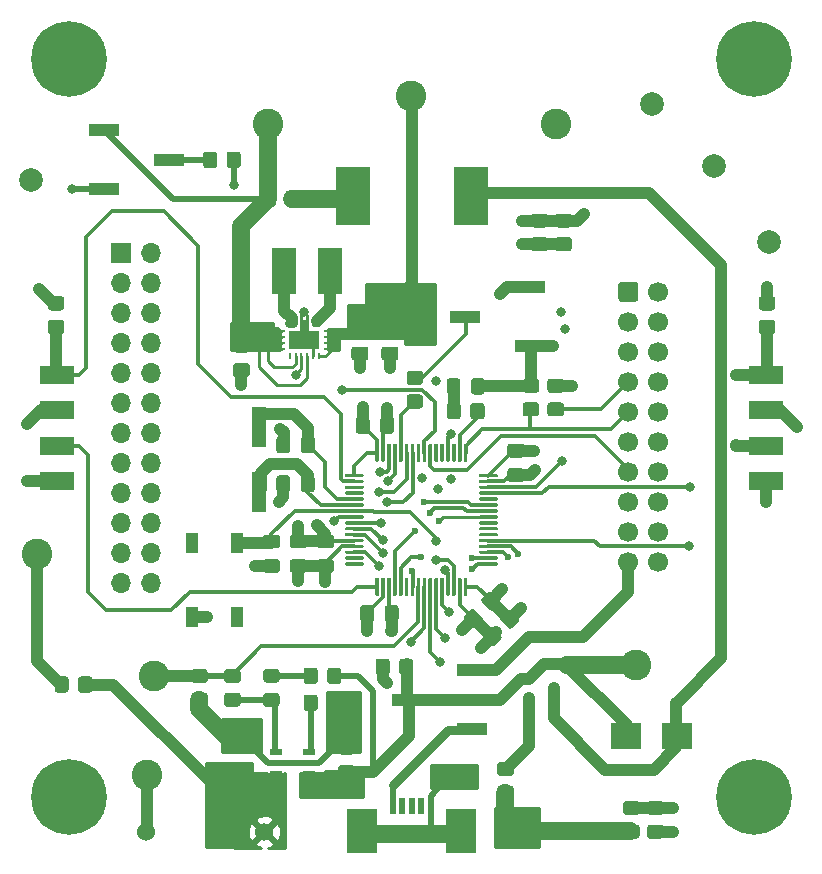
<source format=gbr>
%TF.GenerationSoftware,KiCad,Pcbnew,(5.1.10)-1*%
%TF.CreationDate,2021-12-17T12:10:02-05:00*%
%TF.ProjectId,Chess-Timer-RevA,43686573-732d-4546-996d-65722d526576,rev?*%
%TF.SameCoordinates,Original*%
%TF.FileFunction,Copper,L1,Top*%
%TF.FilePolarity,Positive*%
%FSLAX46Y46*%
G04 Gerber Fmt 4.6, Leading zero omitted, Abs format (unit mm)*
G04 Created by KiCad (PCBNEW (5.1.10)-1) date 2021-12-17 12:10:02*
%MOMM*%
%LPD*%
G01*
G04 APERTURE LIST*
%TA.AperFunction,SMDPad,CuDef*%
%ADD10R,0.600000X0.250000*%
%TD*%
%TA.AperFunction,SMDPad,CuDef*%
%ADD11R,2.650000X1.650000*%
%TD*%
%TA.AperFunction,SMDPad,CuDef*%
%ADD12R,0.250000X0.600000*%
%TD*%
%TA.AperFunction,SMDPad,CuDef*%
%ADD13R,0.500000X1.400000*%
%TD*%
%TA.AperFunction,SMDPad,CuDef*%
%ADD14R,2.500000X3.800000*%
%TD*%
%TA.AperFunction,SMDPad,CuDef*%
%ADD15R,1.200000X3.500000*%
%TD*%
%TA.AperFunction,SMDPad,CuDef*%
%ADD16R,2.500000X2.300000*%
%TD*%
%TA.AperFunction,ComponentPad*%
%ADD17C,2.600000*%
%TD*%
%TA.AperFunction,ComponentPad*%
%ADD18C,6.400000*%
%TD*%
%TA.AperFunction,ComponentPad*%
%ADD19C,2.000000*%
%TD*%
%TA.AperFunction,ComponentPad*%
%ADD20C,1.700000*%
%TD*%
%TA.AperFunction,ComponentPad*%
%ADD21R,1.700000X1.700000*%
%TD*%
%TA.AperFunction,ComponentPad*%
%ADD22O,1.700000X1.700000*%
%TD*%
%TA.AperFunction,SMDPad,CuDef*%
%ADD23R,2.000000X4.000000*%
%TD*%
%TA.AperFunction,SMDPad,CuDef*%
%ADD24R,0.600000X0.400000*%
%TD*%
%TA.AperFunction,SMDPad,CuDef*%
%ADD25R,2.500000X1.000000*%
%TD*%
%TA.AperFunction,SMDPad,CuDef*%
%ADD26R,1.000000X1.700000*%
%TD*%
%TA.AperFunction,ComponentPad*%
%ADD27C,1.524000*%
%TD*%
%TA.AperFunction,SMDPad,CuDef*%
%ADD28R,3.000000X5.000000*%
%TD*%
%TA.AperFunction,SMDPad,CuDef*%
%ADD29R,1.100000X0.600000*%
%TD*%
%TA.AperFunction,SMDPad,CuDef*%
%ADD30R,3.000000X1.500000*%
%TD*%
%TA.AperFunction,ViaPad*%
%ADD31C,0.800000*%
%TD*%
%TA.AperFunction,ViaPad*%
%ADD32C,0.600000*%
%TD*%
%TA.AperFunction,Conductor*%
%ADD33C,1.000000*%
%TD*%
%TA.AperFunction,Conductor*%
%ADD34C,0.500000*%
%TD*%
%TA.AperFunction,Conductor*%
%ADD35C,1.500000*%
%TD*%
%TA.AperFunction,Conductor*%
%ADD36C,0.250000*%
%TD*%
%TA.AperFunction,Conductor*%
%ADD37C,0.300000*%
%TD*%
%TA.AperFunction,Conductor*%
%ADD38C,0.750000*%
%TD*%
%TA.AperFunction,Conductor*%
%ADD39C,0.254000*%
%TD*%
%TA.AperFunction,Conductor*%
%ADD40C,0.100000*%
%TD*%
G04 APERTURE END LIST*
D10*
%TO.P,U2,7*%
%TO.N,Net-(C3-Pad1)*%
X24008000Y43700000D03*
%TO.P,U2,17*%
%TO.N,+3V3*%
X27808000Y44200000D03*
D11*
%TO.P,U2,3*%
%TO.N,GND*%
X25908000Y44450000D03*
D10*
%TO.P,U2,17*%
%TO.N,+3V3*%
X27808000Y45200000D03*
X27808000Y44700000D03*
X27808000Y43700000D03*
D12*
%TO.P,U2,11*%
%TO.N,N/C*%
X24658000Y43050000D03*
%TO.P,U2,12*%
%TO.N,Net-(C3-Pad1)*%
X25158000Y43050000D03*
%TO.P,U2,13*%
%TO.N,Net-(R9-Pad1)*%
X25658000Y43050000D03*
%TO.P,U2,14*%
%TO.N,Net-(C3-Pad1)*%
X26158000Y43050000D03*
%TO.P,U2,15*%
%TO.N,GND*%
X26658000Y43050000D03*
%TO.P,U2,16*%
%TO.N,+3V3*%
X27158000Y43050000D03*
D10*
%TO.P,U2,7*%
%TO.N,Net-(C3-Pad1)*%
X24008000Y44200000D03*
X24008000Y44700000D03*
X24008000Y45200000D03*
D12*
%TO.P,U2,5*%
%TO.N,Net-(L1-Pad1)*%
X24638000Y45850000D03*
X25158000Y45850000D03*
%TO.P,U2,3*%
%TO.N,GND*%
X25658000Y45850000D03*
X26158000Y45850000D03*
%TO.P,U2,1*%
%TO.N,Net-(L1-Pad2)*%
X26658000Y45850000D03*
X27158000Y45850000D03*
%TD*%
D13*
%TO.P,J1,3*%
%TO.N,Net-(J1-Pad3)*%
X35001200Y4987200D03*
D14*
%TO.P,J1,6*%
%TO.N,GND*%
X39201200Y2887200D03*
X30801200Y2887200D03*
D13*
%TO.P,J1,5*%
X36601200Y4987200D03*
%TO.P,J1,4*%
%TO.N,Net-(J1-Pad4)*%
X35801200Y4987200D03*
%TO.P,J1,2*%
%TO.N,Net-(J1-Pad2)*%
X34201200Y4987200D03*
%TO.P,J1,1*%
%TO.N,VBUS*%
X33401200Y4987200D03*
%TD*%
D15*
%TO.P,XTAL1,2*%
%TO.N,OSC_OUT*%
X22098000Y31584000D03*
%TO.P,XTAL1,1*%
%TO.N,OSC_IN*%
X22098000Y37084000D03*
%TD*%
%TO.P,C15,2*%
%TO.N,GND*%
%TA.AperFunction,SMDPad,CuDef*%
G36*
G01*
X24696000Y32733000D02*
X24696000Y31783000D01*
G75*
G02*
X24446000Y31533000I-250000J0D01*
G01*
X23771000Y31533000D01*
G75*
G02*
X23521000Y31783000I0J250000D01*
G01*
X23521000Y32733000D01*
G75*
G02*
X23771000Y32983000I250000J0D01*
G01*
X24446000Y32983000D01*
G75*
G02*
X24696000Y32733000I0J-250000D01*
G01*
G37*
%TD.AperFunction*%
%TO.P,C15,1*%
%TO.N,OSC_OUT*%
%TA.AperFunction,SMDPad,CuDef*%
G36*
G01*
X26771000Y32733000D02*
X26771000Y31783000D01*
G75*
G02*
X26521000Y31533000I-250000J0D01*
G01*
X25846000Y31533000D01*
G75*
G02*
X25596000Y31783000I0J250000D01*
G01*
X25596000Y32733000D01*
G75*
G02*
X25846000Y32983000I250000J0D01*
G01*
X26521000Y32983000D01*
G75*
G02*
X26771000Y32733000I0J-250000D01*
G01*
G37*
%TD.AperFunction*%
%TD*%
%TO.P,C14,2*%
%TO.N,GND*%
%TA.AperFunction,SMDPad,CuDef*%
G36*
G01*
X24717500Y36035000D02*
X24717500Y35085000D01*
G75*
G02*
X24467500Y34835000I-250000J0D01*
G01*
X23792500Y34835000D01*
G75*
G02*
X23542500Y35085000I0J250000D01*
G01*
X23542500Y36035000D01*
G75*
G02*
X23792500Y36285000I250000J0D01*
G01*
X24467500Y36285000D01*
G75*
G02*
X24717500Y36035000I0J-250000D01*
G01*
G37*
%TD.AperFunction*%
%TO.P,C14,1*%
%TO.N,OSC_IN*%
%TA.AperFunction,SMDPad,CuDef*%
G36*
G01*
X26792500Y36035000D02*
X26792500Y35085000D01*
G75*
G02*
X26542500Y34835000I-250000J0D01*
G01*
X25867500Y34835000D01*
G75*
G02*
X25617500Y35085000I0J250000D01*
G01*
X25617500Y36035000D01*
G75*
G02*
X25867500Y36285000I250000J0D01*
G01*
X26542500Y36285000D01*
G75*
G02*
X26792500Y36035000I0J-250000D01*
G01*
G37*
%TD.AperFunction*%
%TD*%
D16*
%TO.P,D1,1*%
%TO.N,VREG*%
X57445800Y10922000D03*
%TO.P,D1,2*%
%TO.N,Net-(C1-Pad1)*%
X53145800Y10922000D03*
%TD*%
D17*
%TO.P,TP9,1*%
%TO.N,CHARGE_STAT*%
X13208000Y16002000D03*
%TD*%
D18*
%TO.P,MT3,1*%
%TO.N,N/C*%
X64000000Y68250000D03*
%TD*%
%TO.P,MT4,1*%
%TO.N,N/C*%
X64000000Y5750000D03*
%TD*%
%TO.P,MT1,1*%
%TO.N,N/C*%
X6000000Y5750000D03*
%TD*%
%TO.P,MT2,1*%
%TO.N,N/C*%
X6000000Y68250000D03*
%TD*%
D19*
%TO.P,H7,1*%
%TO.N,GND*%
X2794000Y58013600D03*
%TD*%
%TO.P,H3,1*%
%TO.N,HSYNC*%
X65227200Y52730400D03*
%TD*%
%TO.P,H2,1*%
%TO.N,VSYNC*%
X60604400Y59131200D03*
%TD*%
%TO.P,H1,1*%
%TO.N,DE*%
X55321200Y64414400D03*
%TD*%
%TO.P,C8,2*%
%TO.N,GND*%
%TA.AperFunction,SMDPad,CuDef*%
G36*
G01*
X31808000Y21747500D02*
X31808000Y20797500D01*
G75*
G02*
X31558000Y20547500I-250000J0D01*
G01*
X30883000Y20547500D01*
G75*
G02*
X30633000Y20797500I0J250000D01*
G01*
X30633000Y21747500D01*
G75*
G02*
X30883000Y21997500I250000J0D01*
G01*
X31558000Y21997500D01*
G75*
G02*
X31808000Y21747500I0J-250000D01*
G01*
G37*
%TD.AperFunction*%
%TO.P,C8,1*%
%TO.N,+3V3*%
%TA.AperFunction,SMDPad,CuDef*%
G36*
G01*
X33883000Y21747500D02*
X33883000Y20797500D01*
G75*
G02*
X33633000Y20547500I-250000J0D01*
G01*
X32958000Y20547500D01*
G75*
G02*
X32708000Y20797500I0J250000D01*
G01*
X32708000Y21747500D01*
G75*
G02*
X32958000Y21997500I250000J0D01*
G01*
X33633000Y21997500D01*
G75*
G02*
X33883000Y21747500I0J-250000D01*
G01*
G37*
%TD.AperFunction*%
%TD*%
%TO.P,C1,1*%
%TO.N,Net-(C1-Pad1)*%
%TA.AperFunction,SMDPad,CuDef*%
G36*
G01*
X29939000Y7265000D02*
X28989000Y7265000D01*
G75*
G02*
X28739000Y7515000I0J250000D01*
G01*
X28739000Y8190000D01*
G75*
G02*
X28989000Y8440000I250000J0D01*
G01*
X29939000Y8440000D01*
G75*
G02*
X30189000Y8190000I0J-250000D01*
G01*
X30189000Y7515000D01*
G75*
G02*
X29939000Y7265000I-250000J0D01*
G01*
G37*
%TD.AperFunction*%
%TO.P,C1,2*%
%TO.N,GND*%
%TA.AperFunction,SMDPad,CuDef*%
G36*
G01*
X29939000Y9340000D02*
X28989000Y9340000D01*
G75*
G02*
X28739000Y9590000I0J250000D01*
G01*
X28739000Y10265000D01*
G75*
G02*
X28989000Y10515000I250000J0D01*
G01*
X29939000Y10515000D01*
G75*
G02*
X30189000Y10265000I0J-250000D01*
G01*
X30189000Y9590000D01*
G75*
G02*
X29939000Y9340000I-250000J0D01*
G01*
G37*
%TD.AperFunction*%
%TD*%
%TO.P,C2,1*%
%TO.N,+BATT*%
%TA.AperFunction,SMDPad,CuDef*%
G36*
G01*
X20795000Y7519000D02*
X19845000Y7519000D01*
G75*
G02*
X19595000Y7769000I0J250000D01*
G01*
X19595000Y8444000D01*
G75*
G02*
X19845000Y8694000I250000J0D01*
G01*
X20795000Y8694000D01*
G75*
G02*
X21045000Y8444000I0J-250000D01*
G01*
X21045000Y7769000D01*
G75*
G02*
X20795000Y7519000I-250000J0D01*
G01*
G37*
%TD.AperFunction*%
%TO.P,C2,2*%
%TO.N,GND*%
%TA.AperFunction,SMDPad,CuDef*%
G36*
G01*
X20795000Y9594000D02*
X19845000Y9594000D01*
G75*
G02*
X19595000Y9844000I0J250000D01*
G01*
X19595000Y10519000D01*
G75*
G02*
X19845000Y10769000I250000J0D01*
G01*
X20795000Y10769000D01*
G75*
G02*
X21045000Y10519000I0J-250000D01*
G01*
X21045000Y9844000D01*
G75*
G02*
X20795000Y9594000I-250000J0D01*
G01*
G37*
%TD.AperFunction*%
%TD*%
%TO.P,C3,2*%
%TO.N,GND*%
%TA.AperFunction,SMDPad,CuDef*%
G36*
G01*
X20099000Y42476000D02*
X21049000Y42476000D01*
G75*
G02*
X21299000Y42226000I0J-250000D01*
G01*
X21299000Y41551000D01*
G75*
G02*
X21049000Y41301000I-250000J0D01*
G01*
X20099000Y41301000D01*
G75*
G02*
X19849000Y41551000I0J250000D01*
G01*
X19849000Y42226000D01*
G75*
G02*
X20099000Y42476000I250000J0D01*
G01*
G37*
%TD.AperFunction*%
%TO.P,C3,1*%
%TO.N,Net-(C3-Pad1)*%
%TA.AperFunction,SMDPad,CuDef*%
G36*
G01*
X20099000Y44551000D02*
X21049000Y44551000D01*
G75*
G02*
X21299000Y44301000I0J-250000D01*
G01*
X21299000Y43626000D01*
G75*
G02*
X21049000Y43376000I-250000J0D01*
G01*
X20099000Y43376000D01*
G75*
G02*
X19849000Y43626000I0J250000D01*
G01*
X19849000Y44301000D01*
G75*
G02*
X20099000Y44551000I250000J0D01*
G01*
G37*
%TD.AperFunction*%
%TD*%
%TO.P,C4,2*%
%TO.N,GND*%
%TA.AperFunction,SMDPad,CuDef*%
G36*
G01*
X30132000Y43873000D02*
X31082000Y43873000D01*
G75*
G02*
X31332000Y43623000I0J-250000D01*
G01*
X31332000Y42948000D01*
G75*
G02*
X31082000Y42698000I-250000J0D01*
G01*
X30132000Y42698000D01*
G75*
G02*
X29882000Y42948000I0J250000D01*
G01*
X29882000Y43623000D01*
G75*
G02*
X30132000Y43873000I250000J0D01*
G01*
G37*
%TD.AperFunction*%
%TO.P,C4,1*%
%TO.N,+3V3*%
%TA.AperFunction,SMDPad,CuDef*%
G36*
G01*
X30132000Y45948000D02*
X31082000Y45948000D01*
G75*
G02*
X31332000Y45698000I0J-250000D01*
G01*
X31332000Y45023000D01*
G75*
G02*
X31082000Y44773000I-250000J0D01*
G01*
X30132000Y44773000D01*
G75*
G02*
X29882000Y45023000I0J250000D01*
G01*
X29882000Y45698000D01*
G75*
G02*
X30132000Y45948000I250000J0D01*
G01*
G37*
%TD.AperFunction*%
%TD*%
%TO.P,C5,1*%
%TO.N,+3V3*%
%TA.AperFunction,SMDPad,CuDef*%
G36*
G01*
X32672000Y45948000D02*
X33622000Y45948000D01*
G75*
G02*
X33872000Y45698000I0J-250000D01*
G01*
X33872000Y45023000D01*
G75*
G02*
X33622000Y44773000I-250000J0D01*
G01*
X32672000Y44773000D01*
G75*
G02*
X32422000Y45023000I0J250000D01*
G01*
X32422000Y45698000D01*
G75*
G02*
X32672000Y45948000I250000J0D01*
G01*
G37*
%TD.AperFunction*%
%TO.P,C5,2*%
%TO.N,GND*%
%TA.AperFunction,SMDPad,CuDef*%
G36*
G01*
X32672000Y43873000D02*
X33622000Y43873000D01*
G75*
G02*
X33872000Y43623000I0J-250000D01*
G01*
X33872000Y42948000D01*
G75*
G02*
X33622000Y42698000I-250000J0D01*
G01*
X32672000Y42698000D01*
G75*
G02*
X32422000Y42948000I0J250000D01*
G01*
X32422000Y43623000D01*
G75*
G02*
X32672000Y43873000I250000J0D01*
G01*
G37*
%TD.AperFunction*%
%TD*%
%TO.P,C6,2*%
%TO.N,GND*%
%TA.AperFunction,SMDPad,CuDef*%
G36*
G01*
X41865527Y20083678D02*
X42537278Y19411927D01*
G75*
G02*
X42537278Y19058373I-176777J-176777D01*
G01*
X42059981Y18581076D01*
G75*
G02*
X41706427Y18581076I-176777J176777D01*
G01*
X41034676Y19252827D01*
G75*
G02*
X41034676Y19606381I176777J176777D01*
G01*
X41511973Y20083678D01*
G75*
G02*
X41865527Y20083678I176777J-176777D01*
G01*
G37*
%TD.AperFunction*%
%TO.P,C6,1*%
%TO.N,+3V3*%
%TA.AperFunction,SMDPad,CuDef*%
G36*
G01*
X43332773Y21550924D02*
X44004524Y20879173D01*
G75*
G02*
X44004524Y20525619I-176777J-176777D01*
G01*
X43527227Y20048322D01*
G75*
G02*
X43173673Y20048322I-176777J176777D01*
G01*
X42501922Y20720073D01*
G75*
G02*
X42501922Y21073627I176777J176777D01*
G01*
X42979219Y21550924D01*
G75*
G02*
X43332773Y21550924I176777J-176777D01*
G01*
G37*
%TD.AperFunction*%
%TD*%
%TO.P,C7,1*%
%TO.N,+3V3*%
%TA.AperFunction,SMDPad,CuDef*%
G36*
G01*
X30252000Y36736000D02*
X30252000Y37686000D01*
G75*
G02*
X30502000Y37936000I250000J0D01*
G01*
X31177000Y37936000D01*
G75*
G02*
X31427000Y37686000I0J-250000D01*
G01*
X31427000Y36736000D01*
G75*
G02*
X31177000Y36486000I-250000J0D01*
G01*
X30502000Y36486000D01*
G75*
G02*
X30252000Y36736000I0J250000D01*
G01*
G37*
%TD.AperFunction*%
%TO.P,C7,2*%
%TO.N,GND*%
%TA.AperFunction,SMDPad,CuDef*%
G36*
G01*
X32327000Y36736000D02*
X32327000Y37686000D01*
G75*
G02*
X32577000Y37936000I250000J0D01*
G01*
X33252000Y37936000D01*
G75*
G02*
X33502000Y37686000I0J-250000D01*
G01*
X33502000Y36736000D01*
G75*
G02*
X33252000Y36486000I-250000J0D01*
G01*
X32577000Y36486000D01*
G75*
G02*
X32327000Y36736000I0J250000D01*
G01*
G37*
%TD.AperFunction*%
%TD*%
%TO.P,C9,1*%
%TO.N,+3V3*%
%TA.AperFunction,SMDPad,CuDef*%
G36*
G01*
X41783373Y23074924D02*
X42455124Y22403173D01*
G75*
G02*
X42455124Y22049619I-176777J-176777D01*
G01*
X41977827Y21572322D01*
G75*
G02*
X41624273Y21572322I-176777J176777D01*
G01*
X40952522Y22244073D01*
G75*
G02*
X40952522Y22597627I176777J176777D01*
G01*
X41429819Y23074924D01*
G75*
G02*
X41783373Y23074924I176777J-176777D01*
G01*
G37*
%TD.AperFunction*%
%TO.P,C9,2*%
%TO.N,GND*%
%TA.AperFunction,SMDPad,CuDef*%
G36*
G01*
X40316127Y21607678D02*
X40987878Y20935927D01*
G75*
G02*
X40987878Y20582373I-176777J-176777D01*
G01*
X40510581Y20105076D01*
G75*
G02*
X40157027Y20105076I-176777J176777D01*
G01*
X39485276Y20776827D01*
G75*
G02*
X39485276Y21130381I176777J176777D01*
G01*
X39962573Y21607678D01*
G75*
G02*
X40316127Y21607678I176777J-176777D01*
G01*
G37*
%TD.AperFunction*%
%TD*%
%TO.P,C10,2*%
%TO.N,GND*%
%TA.AperFunction,SMDPad,CuDef*%
G36*
G01*
X43340000Y33586000D02*
X44290000Y33586000D01*
G75*
G02*
X44540000Y33336000I0J-250000D01*
G01*
X44540000Y32661000D01*
G75*
G02*
X44290000Y32411000I-250000J0D01*
G01*
X43340000Y32411000D01*
G75*
G02*
X43090000Y32661000I0J250000D01*
G01*
X43090000Y33336000D01*
G75*
G02*
X43340000Y33586000I250000J0D01*
G01*
G37*
%TD.AperFunction*%
%TO.P,C10,1*%
%TO.N,+3V3*%
%TA.AperFunction,SMDPad,CuDef*%
G36*
G01*
X43340000Y35661000D02*
X44290000Y35661000D01*
G75*
G02*
X44540000Y35411000I0J-250000D01*
G01*
X44540000Y34736000D01*
G75*
G02*
X44290000Y34486000I-250000J0D01*
G01*
X43340000Y34486000D01*
G75*
G02*
X43090000Y34736000I0J250000D01*
G01*
X43090000Y35411000D01*
G75*
G02*
X43340000Y35661000I250000J0D01*
G01*
G37*
%TD.AperFunction*%
%TD*%
%TO.P,C11,2*%
%TO.N,GND*%
%TA.AperFunction,SMDPad,CuDef*%
G36*
G01*
X25875000Y26789800D02*
X24925000Y26789800D01*
G75*
G02*
X24675000Y27039800I0J250000D01*
G01*
X24675000Y27714800D01*
G75*
G02*
X24925000Y27964800I250000J0D01*
G01*
X25875000Y27964800D01*
G75*
G02*
X26125000Y27714800I0J-250000D01*
G01*
X26125000Y27039800D01*
G75*
G02*
X25875000Y26789800I-250000J0D01*
G01*
G37*
%TD.AperFunction*%
%TO.P,C11,1*%
%TO.N,+3V3*%
%TA.AperFunction,SMDPad,CuDef*%
G36*
G01*
X25875000Y24714800D02*
X24925000Y24714800D01*
G75*
G02*
X24675000Y24964800I0J250000D01*
G01*
X24675000Y25639800D01*
G75*
G02*
X24925000Y25889800I250000J0D01*
G01*
X25875000Y25889800D01*
G75*
G02*
X26125000Y25639800I0J-250000D01*
G01*
X26125000Y24964800D01*
G75*
G02*
X25875000Y24714800I-250000J0D01*
G01*
G37*
%TD.AperFunction*%
%TD*%
%TO.P,C12,1*%
%TO.N,+3V3*%
%TA.AperFunction,SMDPad,CuDef*%
G36*
G01*
X28161000Y24714800D02*
X27211000Y24714800D01*
G75*
G02*
X26961000Y24964800I0J250000D01*
G01*
X26961000Y25639800D01*
G75*
G02*
X27211000Y25889800I250000J0D01*
G01*
X28161000Y25889800D01*
G75*
G02*
X28411000Y25639800I0J-250000D01*
G01*
X28411000Y24964800D01*
G75*
G02*
X28161000Y24714800I-250000J0D01*
G01*
G37*
%TD.AperFunction*%
%TO.P,C12,2*%
%TO.N,GND*%
%TA.AperFunction,SMDPad,CuDef*%
G36*
G01*
X28161000Y26789800D02*
X27211000Y26789800D01*
G75*
G02*
X26961000Y27039800I0J250000D01*
G01*
X26961000Y27714800D01*
G75*
G02*
X27211000Y27964800I250000J0D01*
G01*
X28161000Y27964800D01*
G75*
G02*
X28411000Y27714800I0J-250000D01*
G01*
X28411000Y27039800D01*
G75*
G02*
X28161000Y26789800I-250000J0D01*
G01*
G37*
%TD.AperFunction*%
%TD*%
%TO.P,C13,1*%
%TO.N,NRST*%
%TA.AperFunction,SMDPad,CuDef*%
G36*
G01*
X22639000Y27964800D02*
X23589000Y27964800D01*
G75*
G02*
X23839000Y27714800I0J-250000D01*
G01*
X23839000Y27039800D01*
G75*
G02*
X23589000Y26789800I-250000J0D01*
G01*
X22639000Y26789800D01*
G75*
G02*
X22389000Y27039800I0J250000D01*
G01*
X22389000Y27714800D01*
G75*
G02*
X22639000Y27964800I250000J0D01*
G01*
G37*
%TD.AperFunction*%
%TO.P,C13,2*%
%TO.N,GND*%
%TA.AperFunction,SMDPad,CuDef*%
G36*
G01*
X22639000Y25889800D02*
X23589000Y25889800D01*
G75*
G02*
X23839000Y25639800I0J-250000D01*
G01*
X23839000Y24964800D01*
G75*
G02*
X23589000Y24714800I-250000J0D01*
G01*
X22639000Y24714800D01*
G75*
G02*
X22389000Y24964800I0J250000D01*
G01*
X22389000Y25639800D01*
G75*
G02*
X22639000Y25889800I250000J0D01*
G01*
G37*
%TD.AperFunction*%
%TD*%
%TO.P,J2,1*%
%TO.N,+3V3*%
%TA.AperFunction,ComponentPad*%
G36*
G01*
X52490000Y47914000D02*
X52490000Y49114000D01*
G75*
G02*
X52740000Y49364000I250000J0D01*
G01*
X53940000Y49364000D01*
G75*
G02*
X54190000Y49114000I0J-250000D01*
G01*
X54190000Y47914000D01*
G75*
G02*
X53940000Y47664000I-250000J0D01*
G01*
X52740000Y47664000D01*
G75*
G02*
X52490000Y47914000I0J250000D01*
G01*
G37*
%TD.AperFunction*%
D20*
%TO.P,J2,3*%
%TO.N,Net-(J2-Pad3)*%
X53340000Y45974000D03*
%TO.P,J2,5*%
%TO.N,Net-(J2-Pad5)*%
X53340000Y43434000D03*
%TO.P,J2,7*%
%TO.N,SWDIO*%
X53340000Y40894000D03*
%TO.P,J2,9*%
%TO.N,SWCLK*%
X53340000Y38354000D03*
%TO.P,J2,11*%
%TO.N,Net-(J2-Pad11)*%
X53340000Y35814000D03*
%TO.P,J2,13*%
%TO.N,SWO*%
X53340000Y33274000D03*
%TO.P,J2,15*%
%TO.N,NRST*%
X53340000Y30734000D03*
%TO.P,J2,17*%
%TO.N,Net-(J2-Pad17)*%
X53340000Y28194000D03*
%TO.P,J2,19*%
%TO.N,+5V*%
X53340000Y25654000D03*
%TO.P,J2,2*%
%TO.N,Net-(J2-Pad2)*%
X55880000Y48514000D03*
%TO.P,J2,4*%
%TO.N,GND*%
X55880000Y45974000D03*
%TO.P,J2,6*%
X55880000Y43434000D03*
%TO.P,J2,8*%
X55880000Y40894000D03*
%TO.P,J2,10*%
X55880000Y38354000D03*
%TO.P,J2,12*%
X55880000Y35814000D03*
%TO.P,J2,14*%
X55880000Y33274000D03*
%TO.P,J2,16*%
X55880000Y30734000D03*
%TO.P,J2,18*%
X55880000Y28194000D03*
%TO.P,J2,20*%
X55880000Y25654000D03*
%TD*%
D21*
%TO.P,J4,1*%
%TO.N,+3V3*%
X10414000Y51816000D03*
D22*
%TO.P,J4,2*%
X12954000Y51816000D03*
%TO.P,J4,3*%
X10414000Y49276000D03*
%TO.P,J4,4*%
X12954000Y49276000D03*
%TO.P,J4,5*%
%TO.N,Net-(J4-Pad5)*%
X10414000Y46736000D03*
%TO.P,J4,6*%
%TO.N,PB4*%
X12954000Y46736000D03*
%TO.P,J4,7*%
%TO.N,PB8*%
X10414000Y44196000D03*
%TO.P,J4,8*%
%TO.N,PB9*%
X12954000Y44196000D03*
%TO.P,J4,9*%
%TO.N,PB6*%
X10414000Y41656000D03*
%TO.P,J4,10*%
%TO.N,PB7*%
X12954000Y41656000D03*
%TO.P,J4,11*%
%TO.N,GND*%
X10414000Y39116000D03*
%TO.P,J4,12*%
X12954000Y39116000D03*
%TO.P,J4,13*%
X10414000Y36576000D03*
%TO.P,J4,14*%
X12954000Y36576000D03*
%TO.P,J4,15*%
%TO.N,PC1*%
X10414000Y34036000D03*
%TO.P,J4,16*%
%TO.N,PC0*%
X12954000Y34036000D03*
%TO.P,J4,17*%
%TO.N,PC3*%
X10414000Y31496000D03*
%TO.P,J4,18*%
%TO.N,PC2*%
X12954000Y31496000D03*
%TO.P,J4,19*%
%TO.N,PB11*%
X10414000Y28956000D03*
%TO.P,J4,20*%
%TO.N,PA0*%
X12954000Y28956000D03*
%TO.P,J4,21*%
%TO.N,PC5*%
X10414000Y26416000D03*
%TO.P,J4,22*%
%TO.N,PB10*%
X12954000Y26416000D03*
%TO.P,J4,23*%
%TO.N,PB1*%
X10414000Y23876000D03*
%TO.P,J4,24*%
%TO.N,PB2*%
X12954000Y23876000D03*
%TD*%
D23*
%TO.P,L1,1*%
%TO.N,Net-(L1-Pad1)*%
X24212000Y50292000D03*
%TO.P,L1,2*%
%TO.N,Net-(L1-Pad2)*%
X28112000Y50292000D03*
%TD*%
%TO.P,LED1,1*%
%TO.N,Net-(LED1-Pad1)*%
%TA.AperFunction,SMDPad,CuDef*%
G36*
G01*
X23564001Y13386000D02*
X22663999Y13386000D01*
G75*
G02*
X22414000Y13635999I0J249999D01*
G01*
X22414000Y14286001D01*
G75*
G02*
X22663999Y14536000I249999J0D01*
G01*
X23564001Y14536000D01*
G75*
G02*
X23814000Y14286001I0J-249999D01*
G01*
X23814000Y13635999D01*
G75*
G02*
X23564001Y13386000I-249999J0D01*
G01*
G37*
%TD.AperFunction*%
%TO.P,LED1,2*%
%TO.N,Net-(LED1-Pad2)*%
%TA.AperFunction,SMDPad,CuDef*%
G36*
G01*
X23564001Y15436000D02*
X22663999Y15436000D01*
G75*
G02*
X22414000Y15685999I0J249999D01*
G01*
X22414000Y16336001D01*
G75*
G02*
X22663999Y16586000I249999J0D01*
G01*
X23564001Y16586000D01*
G75*
G02*
X23814000Y16336001I0J-249999D01*
G01*
X23814000Y15685999D01*
G75*
G02*
X23564001Y15436000I-249999J0D01*
G01*
G37*
%TD.AperFunction*%
%TD*%
%TO.P,LED2,2*%
%TO.N,Net-(LED2-Pad2)*%
%TA.AperFunction,SMDPad,CuDef*%
G36*
G01*
X39110500Y40963001D02*
X39110500Y40062999D01*
G75*
G02*
X38860501Y39813000I-249999J0D01*
G01*
X38210499Y39813000D01*
G75*
G02*
X37960500Y40062999I0J249999D01*
G01*
X37960500Y40963001D01*
G75*
G02*
X38210499Y41213000I249999J0D01*
G01*
X38860501Y41213000D01*
G75*
G02*
X39110500Y40963001I0J-249999D01*
G01*
G37*
%TD.AperFunction*%
%TO.P,LED2,1*%
%TO.N,GND*%
%TA.AperFunction,SMDPad,CuDef*%
G36*
G01*
X41160500Y40963001D02*
X41160500Y40062999D01*
G75*
G02*
X40910501Y39813000I-249999J0D01*
G01*
X40260499Y39813000D01*
G75*
G02*
X40010500Y40062999I0J249999D01*
G01*
X40010500Y40963001D01*
G75*
G02*
X40260499Y41213000I249999J0D01*
G01*
X40910501Y41213000D01*
G75*
G02*
X41160500Y40963001I0J-249999D01*
G01*
G37*
%TD.AperFunction*%
%TD*%
D24*
%TO.P,Q1,1*%
%TO.N,Net-(C1-Pad1)*%
X44924000Y15636000D03*
%TO.P,Q1,2*%
%TO.N,Net-(Q1-Pad2)*%
X44924000Y14336000D03*
%TO.P,Q1,3*%
%TO.N,VREG*%
X47024000Y14986000D03*
%TD*%
%TO.P,R1,2*%
%TO.N,SWDIO*%
%TA.AperFunction,SMDPad,CuDef*%
G36*
G01*
X46730499Y39160500D02*
X47630501Y39160500D01*
G75*
G02*
X47880500Y38910501I0J-249999D01*
G01*
X47880500Y38210499D01*
G75*
G02*
X47630501Y37960500I-249999J0D01*
G01*
X46730499Y37960500D01*
G75*
G02*
X46480500Y38210499I0J249999D01*
G01*
X46480500Y38910501D01*
G75*
G02*
X46730499Y39160500I249999J0D01*
G01*
G37*
%TD.AperFunction*%
%TO.P,R1,1*%
%TO.N,+3V3*%
%TA.AperFunction,SMDPad,CuDef*%
G36*
G01*
X46730499Y41160500D02*
X47630501Y41160500D01*
G75*
G02*
X47880500Y40910501I0J-249999D01*
G01*
X47880500Y40210499D01*
G75*
G02*
X47630501Y39960500I-249999J0D01*
G01*
X46730499Y39960500D01*
G75*
G02*
X46480500Y40210499I0J249999D01*
G01*
X46480500Y40910501D01*
G75*
G02*
X46730499Y41160500I249999J0D01*
G01*
G37*
%TD.AperFunction*%
%TD*%
%TO.P,R2,1*%
%TO.N,GND*%
%TA.AperFunction,SMDPad,CuDef*%
G36*
G01*
X44634999Y41160500D02*
X45535001Y41160500D01*
G75*
G02*
X45785000Y40910501I0J-249999D01*
G01*
X45785000Y40210499D01*
G75*
G02*
X45535001Y39960500I-249999J0D01*
G01*
X44634999Y39960500D01*
G75*
G02*
X44385000Y40210499I0J249999D01*
G01*
X44385000Y40910501D01*
G75*
G02*
X44634999Y41160500I249999J0D01*
G01*
G37*
%TD.AperFunction*%
%TO.P,R2,2*%
%TO.N,SWCLK*%
%TA.AperFunction,SMDPad,CuDef*%
G36*
G01*
X44634999Y39160500D02*
X45535001Y39160500D01*
G75*
G02*
X45785000Y38910501I0J-249999D01*
G01*
X45785000Y38210499D01*
G75*
G02*
X45535001Y37960500I-249999J0D01*
G01*
X44634999Y37960500D01*
G75*
G02*
X44385000Y38210499I0J249999D01*
G01*
X44385000Y38910501D01*
G75*
G02*
X44634999Y39160500I249999J0D01*
G01*
G37*
%TD.AperFunction*%
%TD*%
%TO.P,R3,1*%
%TO.N,Net-(C1-Pad1)*%
%TA.AperFunction,SMDPad,CuDef*%
G36*
G01*
X29032000Y16452001D02*
X29032000Y15551999D01*
G75*
G02*
X28782001Y15302000I-249999J0D01*
G01*
X28081999Y15302000D01*
G75*
G02*
X27832000Y15551999I0J249999D01*
G01*
X27832000Y16452001D01*
G75*
G02*
X28081999Y16702000I249999J0D01*
G01*
X28782001Y16702000D01*
G75*
G02*
X29032000Y16452001I0J-249999D01*
G01*
G37*
%TD.AperFunction*%
%TO.P,R3,2*%
%TO.N,Net-(LED1-Pad2)*%
%TA.AperFunction,SMDPad,CuDef*%
G36*
G01*
X27032000Y16452001D02*
X27032000Y15551999D01*
G75*
G02*
X26782001Y15302000I-249999J0D01*
G01*
X26081999Y15302000D01*
G75*
G02*
X25832000Y15551999I0J249999D01*
G01*
X25832000Y16452001D01*
G75*
G02*
X26081999Y16702000I249999J0D01*
G01*
X26782001Y16702000D01*
G75*
G02*
X27032000Y16452001I0J-249999D01*
G01*
G37*
%TD.AperFunction*%
%TD*%
%TO.P,R4,2*%
%TO.N,Net-(R4-Pad2)*%
%TA.AperFunction,SMDPad,CuDef*%
G36*
G01*
X27032000Y14166001D02*
X27032000Y13265999D01*
G75*
G02*
X26782001Y13016000I-249999J0D01*
G01*
X26081999Y13016000D01*
G75*
G02*
X25832000Y13265999I0J249999D01*
G01*
X25832000Y14166001D01*
G75*
G02*
X26081999Y14416000I249999J0D01*
G01*
X26782001Y14416000D01*
G75*
G02*
X27032000Y14166001I0J-249999D01*
G01*
G37*
%TD.AperFunction*%
%TO.P,R4,1*%
%TO.N,GND*%
%TA.AperFunction,SMDPad,CuDef*%
G36*
G01*
X29032000Y14166001D02*
X29032000Y13265999D01*
G75*
G02*
X28782001Y13016000I-249999J0D01*
G01*
X28081999Y13016000D01*
G75*
G02*
X27832000Y13265999I0J249999D01*
G01*
X27832000Y14166001D01*
G75*
G02*
X28081999Y14416000I249999J0D01*
G01*
X28782001Y14416000D01*
G75*
G02*
X29032000Y14166001I0J-249999D01*
G01*
G37*
%TD.AperFunction*%
%TD*%
%TO.P,R5,1*%
%TO.N,GND*%
%TA.AperFunction,SMDPad,CuDef*%
G36*
G01*
X31928000Y16313999D02*
X31928000Y17214001D01*
G75*
G02*
X32177999Y17464000I249999J0D01*
G01*
X32878001Y17464000D01*
G75*
G02*
X33128000Y17214001I0J-249999D01*
G01*
X33128000Y16313999D01*
G75*
G02*
X32878001Y16064000I-249999J0D01*
G01*
X32177999Y16064000D01*
G75*
G02*
X31928000Y16313999I0J249999D01*
G01*
G37*
%TD.AperFunction*%
%TO.P,R5,2*%
%TO.N,Net-(C1-Pad1)*%
%TA.AperFunction,SMDPad,CuDef*%
G36*
G01*
X33928000Y16313999D02*
X33928000Y17214001D01*
G75*
G02*
X34177999Y17464000I249999J0D01*
G01*
X34878001Y17464000D01*
G75*
G02*
X35128000Y17214001I0J-249999D01*
G01*
X35128000Y16313999D01*
G75*
G02*
X34878001Y16064000I-249999J0D01*
G01*
X34177999Y16064000D01*
G75*
G02*
X33928000Y16313999I0J249999D01*
G01*
G37*
%TD.AperFunction*%
%TD*%
%TO.P,R6,1*%
%TO.N,Net-(Q1-Pad2)*%
%TA.AperFunction,SMDPad,CuDef*%
G36*
G01*
X42475999Y8712000D02*
X43376001Y8712000D01*
G75*
G02*
X43626000Y8462001I0J-249999D01*
G01*
X43626000Y7761999D01*
G75*
G02*
X43376001Y7512000I-249999J0D01*
G01*
X42475999Y7512000D01*
G75*
G02*
X42226000Y7761999I0J249999D01*
G01*
X42226000Y8462001D01*
G75*
G02*
X42475999Y8712000I249999J0D01*
G01*
G37*
%TD.AperFunction*%
%TO.P,R6,2*%
%TO.N,+BATT*%
%TA.AperFunction,SMDPad,CuDef*%
G36*
G01*
X42475999Y6712000D02*
X43376001Y6712000D01*
G75*
G02*
X43626000Y6462001I0J-249999D01*
G01*
X43626000Y5761999D01*
G75*
G02*
X43376001Y5512000I-249999J0D01*
G01*
X42475999Y5512000D01*
G75*
G02*
X42226000Y5761999I0J249999D01*
G01*
X42226000Y6462001D01*
G75*
G02*
X42475999Y6712000I249999J0D01*
G01*
G37*
%TD.AperFunction*%
%TD*%
%TO.P,R7,2*%
%TO.N,Net-(R7-Pad2)*%
%TA.AperFunction,SMDPad,CuDef*%
G36*
G01*
X5950000Y15715401D02*
X5950000Y14815399D01*
G75*
G02*
X5700001Y14565400I-249999J0D01*
G01*
X4999999Y14565400D01*
G75*
G02*
X4750000Y14815399I0J249999D01*
G01*
X4750000Y15715401D01*
G75*
G02*
X4999999Y15965400I249999J0D01*
G01*
X5700001Y15965400D01*
G75*
G02*
X5950000Y15715401I0J-249999D01*
G01*
G37*
%TD.AperFunction*%
%TO.P,R7,1*%
%TO.N,+BATT*%
%TA.AperFunction,SMDPad,CuDef*%
G36*
G01*
X7950000Y15715401D02*
X7950000Y14815399D01*
G75*
G02*
X7700001Y14565400I-249999J0D01*
G01*
X6999999Y14565400D01*
G75*
G02*
X6750000Y14815399I0J249999D01*
G01*
X6750000Y15715401D01*
G75*
G02*
X6999999Y15965400I249999J0D01*
G01*
X7700001Y15965400D01*
G75*
G02*
X7950000Y15715401I0J-249999D01*
G01*
G37*
%TD.AperFunction*%
%TD*%
%TO.P,R8,1*%
%TO.N,Net-(C3-Pad1)*%
%TA.AperFunction,SMDPad,CuDef*%
G36*
G01*
X22276000Y55937999D02*
X22276000Y56838001D01*
G75*
G02*
X22525999Y57088000I249999J0D01*
G01*
X23226001Y57088000D01*
G75*
G02*
X23476000Y56838001I0J-249999D01*
G01*
X23476000Y55937999D01*
G75*
G02*
X23226001Y55688000I-249999J0D01*
G01*
X22525999Y55688000D01*
G75*
G02*
X22276000Y55937999I0J249999D01*
G01*
G37*
%TD.AperFunction*%
%TO.P,R8,2*%
%TO.N,Net-(R8-Pad2)*%
%TA.AperFunction,SMDPad,CuDef*%
G36*
G01*
X24276000Y55937999D02*
X24276000Y56838001D01*
G75*
G02*
X24525999Y57088000I249999J0D01*
G01*
X25226001Y57088000D01*
G75*
G02*
X25476000Y56838001I0J-249999D01*
G01*
X25476000Y55937999D01*
G75*
G02*
X25226001Y55688000I-249999J0D01*
G01*
X24525999Y55688000D01*
G75*
G02*
X24276000Y55937999I0J249999D01*
G01*
G37*
%TD.AperFunction*%
%TD*%
%TO.P,R9,2*%
%TO.N,Net-(R9-Pad2)*%
%TA.AperFunction,SMDPad,CuDef*%
G36*
G01*
X18523000Y60140001D02*
X18523000Y59239999D01*
G75*
G02*
X18273001Y58990000I-249999J0D01*
G01*
X17572999Y58990000D01*
G75*
G02*
X17323000Y59239999I0J249999D01*
G01*
X17323000Y60140001D01*
G75*
G02*
X17572999Y60390000I249999J0D01*
G01*
X18273001Y60390000D01*
G75*
G02*
X18523000Y60140001I0J-249999D01*
G01*
G37*
%TD.AperFunction*%
%TO.P,R9,1*%
%TO.N,Net-(R9-Pad1)*%
%TA.AperFunction,SMDPad,CuDef*%
G36*
G01*
X20523000Y60140001D02*
X20523000Y59239999D01*
G75*
G02*
X20273001Y58990000I-249999J0D01*
G01*
X19572999Y58990000D01*
G75*
G02*
X19323000Y59239999I0J249999D01*
G01*
X19323000Y60140001D01*
G75*
G02*
X19572999Y60390000I249999J0D01*
G01*
X20273001Y60390000D01*
G75*
G02*
X20523000Y60140001I0J-249999D01*
G01*
G37*
%TD.AperFunction*%
%TD*%
%TO.P,R10,2*%
%TO.N,CHARGE_STAT*%
%TA.AperFunction,SMDPad,CuDef*%
G36*
G01*
X20262001Y15386000D02*
X19361999Y15386000D01*
G75*
G02*
X19112000Y15635999I0J249999D01*
G01*
X19112000Y16336001D01*
G75*
G02*
X19361999Y16586000I249999J0D01*
G01*
X20262001Y16586000D01*
G75*
G02*
X20512000Y16336001I0J-249999D01*
G01*
X20512000Y15635999D01*
G75*
G02*
X20262001Y15386000I-249999J0D01*
G01*
G37*
%TD.AperFunction*%
%TO.P,R10,1*%
%TO.N,Net-(LED1-Pad1)*%
%TA.AperFunction,SMDPad,CuDef*%
G36*
G01*
X20262001Y13386000D02*
X19361999Y13386000D01*
G75*
G02*
X19112000Y13635999I0J249999D01*
G01*
X19112000Y14336001D01*
G75*
G02*
X19361999Y14586000I249999J0D01*
G01*
X20262001Y14586000D01*
G75*
G02*
X20512000Y14336001I0J-249999D01*
G01*
X20512000Y13635999D01*
G75*
G02*
X20262001Y13386000I-249999J0D01*
G01*
G37*
%TD.AperFunction*%
%TD*%
%TO.P,R11,2*%
%TO.N,GND*%
%TA.AperFunction,SMDPad,CuDef*%
G36*
G01*
X55175999Y3410000D02*
X56076001Y3410000D01*
G75*
G02*
X56326000Y3160001I0J-249999D01*
G01*
X56326000Y2459999D01*
G75*
G02*
X56076001Y2210000I-249999J0D01*
G01*
X55175999Y2210000D01*
G75*
G02*
X54926000Y2459999I0J249999D01*
G01*
X54926000Y3160001D01*
G75*
G02*
X55175999Y3410000I249999J0D01*
G01*
G37*
%TD.AperFunction*%
%TO.P,R11,1*%
%TO.N,ADC_IN8*%
%TA.AperFunction,SMDPad,CuDef*%
G36*
G01*
X55175999Y5410000D02*
X56076001Y5410000D01*
G75*
G02*
X56326000Y5160001I0J-249999D01*
G01*
X56326000Y4459999D01*
G75*
G02*
X56076001Y4210000I-249999J0D01*
G01*
X55175999Y4210000D01*
G75*
G02*
X54926000Y4459999I0J249999D01*
G01*
X54926000Y5160001D01*
G75*
G02*
X55175999Y5410000I249999J0D01*
G01*
G37*
%TD.AperFunction*%
%TD*%
%TO.P,R12,1*%
%TO.N,+BATT*%
%TA.AperFunction,SMDPad,CuDef*%
G36*
G01*
X54044001Y2210000D02*
X53143999Y2210000D01*
G75*
G02*
X52894000Y2459999I0J249999D01*
G01*
X52894000Y3160001D01*
G75*
G02*
X53143999Y3410000I249999J0D01*
G01*
X54044001Y3410000D01*
G75*
G02*
X54294000Y3160001I0J-249999D01*
G01*
X54294000Y2459999D01*
G75*
G02*
X54044001Y2210000I-249999J0D01*
G01*
G37*
%TD.AperFunction*%
%TO.P,R12,2*%
%TO.N,ADC_IN8*%
%TA.AperFunction,SMDPad,CuDef*%
G36*
G01*
X54044001Y4210000D02*
X53143999Y4210000D01*
G75*
G02*
X52894000Y4459999I0J249999D01*
G01*
X52894000Y5160001D01*
G75*
G02*
X53143999Y5410000I249999J0D01*
G01*
X54044001Y5410000D01*
G75*
G02*
X54294000Y5160001I0J-249999D01*
G01*
X54294000Y4459999D01*
G75*
G02*
X54044001Y4210000I-249999J0D01*
G01*
G37*
%TD.AperFunction*%
%TD*%
%TO.P,R13,2*%
%TO.N,Net-(R13-Pad2)*%
%TA.AperFunction,SMDPad,CuDef*%
G36*
G01*
X35705201Y40633600D02*
X34805199Y40633600D01*
G75*
G02*
X34555200Y40883599I0J249999D01*
G01*
X34555200Y41583601D01*
G75*
G02*
X34805199Y41833600I249999J0D01*
G01*
X35705201Y41833600D01*
G75*
G02*
X35955200Y41583601I0J-249999D01*
G01*
X35955200Y40883599D01*
G75*
G02*
X35705201Y40633600I-249999J0D01*
G01*
G37*
%TD.AperFunction*%
%TO.P,R13,1*%
%TO.N,BOOT0*%
%TA.AperFunction,SMDPad,CuDef*%
G36*
G01*
X35705201Y38633600D02*
X34805199Y38633600D01*
G75*
G02*
X34555200Y38883599I0J249999D01*
G01*
X34555200Y39583601D01*
G75*
G02*
X34805199Y39833600I249999J0D01*
G01*
X35705201Y39833600D01*
G75*
G02*
X35955200Y39583601I0J-249999D01*
G01*
X35955200Y38883599D01*
G75*
G02*
X35705201Y38633600I-249999J0D01*
G01*
G37*
%TD.AperFunction*%
%TD*%
%TO.P,R14,1*%
%TO.N,Net-(R14-Pad1)*%
%TA.AperFunction,SMDPad,CuDef*%
G36*
G01*
X46271601Y51943200D02*
X45371599Y51943200D01*
G75*
G02*
X45121600Y52193199I0J249999D01*
G01*
X45121600Y52893201D01*
G75*
G02*
X45371599Y53143200I249999J0D01*
G01*
X46271601Y53143200D01*
G75*
G02*
X46521600Y52893201I0J-249999D01*
G01*
X46521600Y52193199D01*
G75*
G02*
X46271601Y51943200I-249999J0D01*
G01*
G37*
%TD.AperFunction*%
%TO.P,R14,2*%
%TO.N,+3V3*%
%TA.AperFunction,SMDPad,CuDef*%
G36*
G01*
X46271601Y53943200D02*
X45371599Y53943200D01*
G75*
G02*
X45121600Y54193199I0J249999D01*
G01*
X45121600Y54893201D01*
G75*
G02*
X45371599Y55143200I249999J0D01*
G01*
X46271601Y55143200D01*
G75*
G02*
X46521600Y54893201I0J-249999D01*
G01*
X46521600Y54193199D01*
G75*
G02*
X46271601Y53943200I-249999J0D01*
G01*
G37*
%TD.AperFunction*%
%TD*%
%TO.P,R15,2*%
%TO.N,+3V3*%
%TA.AperFunction,SMDPad,CuDef*%
G36*
G01*
X48303601Y53943200D02*
X47403599Y53943200D01*
G75*
G02*
X47153600Y54193199I0J249999D01*
G01*
X47153600Y54893201D01*
G75*
G02*
X47403599Y55143200I249999J0D01*
G01*
X48303601Y55143200D01*
G75*
G02*
X48553600Y54893201I0J-249999D01*
G01*
X48553600Y54193199D01*
G75*
G02*
X48303601Y53943200I-249999J0D01*
G01*
G37*
%TD.AperFunction*%
%TO.P,R15,1*%
%TO.N,Net-(R14-Pad1)*%
%TA.AperFunction,SMDPad,CuDef*%
G36*
G01*
X48303601Y51943200D02*
X47403599Y51943200D01*
G75*
G02*
X47153600Y52193199I0J249999D01*
G01*
X47153600Y52893201D01*
G75*
G02*
X47403599Y53143200I249999J0D01*
G01*
X48303601Y53143200D01*
G75*
G02*
X48553600Y52893201I0J-249999D01*
G01*
X48553600Y52193199D01*
G75*
G02*
X48303601Y51943200I-249999J0D01*
G01*
G37*
%TD.AperFunction*%
%TD*%
%TO.P,R17,1*%
%TO.N,+3V3*%
%TA.AperFunction,SMDPad,CuDef*%
G36*
G01*
X4426799Y48132800D02*
X5326801Y48132800D01*
G75*
G02*
X5576800Y47882801I0J-249999D01*
G01*
X5576800Y47182799D01*
G75*
G02*
X5326801Y46932800I-249999J0D01*
G01*
X4426799Y46932800D01*
G75*
G02*
X4176800Y47182799I0J249999D01*
G01*
X4176800Y47882801D01*
G75*
G02*
X4426799Y48132800I249999J0D01*
G01*
G37*
%TD.AperFunction*%
%TO.P,R17,2*%
%TO.N,PC13*%
%TA.AperFunction,SMDPad,CuDef*%
G36*
G01*
X4426799Y46132800D02*
X5326801Y46132800D01*
G75*
G02*
X5576800Y45882801I0J-249999D01*
G01*
X5576800Y45182799D01*
G75*
G02*
X5326801Y44932800I-249999J0D01*
G01*
X4426799Y44932800D01*
G75*
G02*
X4176800Y45182799I0J249999D01*
G01*
X4176800Y45882801D01*
G75*
G02*
X4426799Y46132800I249999J0D01*
G01*
G37*
%TD.AperFunction*%
%TD*%
%TO.P,R18,2*%
%TO.N,PA12*%
%TA.AperFunction,SMDPad,CuDef*%
G36*
G01*
X64624799Y46132800D02*
X65524801Y46132800D01*
G75*
G02*
X65774800Y45882801I0J-249999D01*
G01*
X65774800Y45182799D01*
G75*
G02*
X65524801Y44932800I-249999J0D01*
G01*
X64624799Y44932800D01*
G75*
G02*
X64374800Y45182799I0J249999D01*
G01*
X64374800Y45882801D01*
G75*
G02*
X64624799Y46132800I249999J0D01*
G01*
G37*
%TD.AperFunction*%
%TO.P,R18,1*%
%TO.N,+3V3*%
%TA.AperFunction,SMDPad,CuDef*%
G36*
G01*
X64624799Y48132800D02*
X65524801Y48132800D01*
G75*
G02*
X65774800Y47882801I0J-249999D01*
G01*
X65774800Y47182799D01*
G75*
G02*
X65524801Y46932800I-249999J0D01*
G01*
X64624799Y46932800D01*
G75*
G02*
X64374800Y47182799I0J249999D01*
G01*
X64374800Y47882801D01*
G75*
G02*
X64624799Y48132800I249999J0D01*
G01*
G37*
%TD.AperFunction*%
%TD*%
%TO.P,R19,1*%
%TO.N,Net-(LED2-Pad2)*%
%TA.AperFunction,SMDPad,CuDef*%
G36*
G01*
X37960500Y37967499D02*
X37960500Y38867501D01*
G75*
G02*
X38210499Y39117500I249999J0D01*
G01*
X38910501Y39117500D01*
G75*
G02*
X39160500Y38867501I0J-249999D01*
G01*
X39160500Y37967499D01*
G75*
G02*
X38910501Y37717500I-249999J0D01*
G01*
X38210499Y37717500D01*
G75*
G02*
X37960500Y37967499I0J249999D01*
G01*
G37*
%TD.AperFunction*%
%TO.P,R19,2*%
%TO.N,Net-(R19-Pad2)*%
%TA.AperFunction,SMDPad,CuDef*%
G36*
G01*
X39960500Y37967499D02*
X39960500Y38867501D01*
G75*
G02*
X40210499Y39117500I249999J0D01*
G01*
X40910501Y39117500D01*
G75*
G02*
X41160500Y38867501I0J-249999D01*
G01*
X41160500Y37967499D01*
G75*
G02*
X40910501Y37717500I-249999J0D01*
G01*
X40210499Y37717500D01*
G75*
G02*
X39960500Y37967499I0J249999D01*
G01*
G37*
%TD.AperFunction*%
%TD*%
%TO.P,R20,1*%
%TO.N,CHARGE_STAT*%
%TA.AperFunction,SMDPad,CuDef*%
G36*
G01*
X16567999Y16586000D02*
X17468001Y16586000D01*
G75*
G02*
X17718000Y16336001I0J-249999D01*
G01*
X17718000Y15635999D01*
G75*
G02*
X17468001Y15386000I-249999J0D01*
G01*
X16567999Y15386000D01*
G75*
G02*
X16318000Y15635999I0J249999D01*
G01*
X16318000Y16336001D01*
G75*
G02*
X16567999Y16586000I249999J0D01*
G01*
G37*
%TD.AperFunction*%
%TO.P,R20,2*%
%TO.N,GND*%
%TA.AperFunction,SMDPad,CuDef*%
G36*
G01*
X16567999Y14586000D02*
X17468001Y14586000D01*
G75*
G02*
X17718000Y14336001I0J-249999D01*
G01*
X17718000Y13635999D01*
G75*
G02*
X17468001Y13386000I-249999J0D01*
G01*
X16567999Y13386000D01*
G75*
G02*
X16318000Y13635999I0J249999D01*
G01*
X16318000Y14336001D01*
G75*
G02*
X16567999Y14586000I249999J0D01*
G01*
G37*
%TD.AperFunction*%
%TD*%
D25*
%TO.P,S1,3*%
%TO.N,+5V*%
X40088000Y16470000D03*
%TO.P,S1,2*%
%TO.N,Net-(C1-Pad1)*%
X34588000Y13970000D03*
%TO.P,S1,1*%
%TO.N,VBUS*%
X40088000Y11470000D03*
%TD*%
%TO.P,S2,3*%
%TO.N,GND*%
X8934000Y57190000D03*
%TO.P,S2,2*%
%TO.N,Net-(R9-Pad2)*%
X14434000Y59690000D03*
%TO.P,S2,1*%
%TO.N,Net-(C3-Pad1)*%
X8934000Y62190000D03*
%TD*%
%TO.P,S3,1*%
%TO.N,GND*%
X45041000Y43918500D03*
%TO.P,S3,2*%
%TO.N,Net-(R13-Pad2)*%
X39541000Y46418500D03*
%TO.P,S3,3*%
%TO.N,+3V3*%
X45041000Y48918500D03*
%TD*%
D26*
%TO.P,S4,2*%
%TO.N,GND*%
X16388000Y27280000D03*
X16388000Y20980000D03*
%TO.P,S4,1*%
%TO.N,NRST*%
X20188000Y20980000D03*
X20188000Y27280000D03*
%TD*%
D17*
%TO.P,TP1,1*%
%TO.N,Net-(C1-Pad1)*%
X53962300Y16878300D03*
%TD*%
%TO.P,TP3,1*%
%TO.N,Net-(R7-Pad2)*%
X3302000Y26314400D03*
%TD*%
%TO.P,TP4,1*%
%TO.N,GND*%
X12573000Y7569200D03*
%TD*%
%TO.P,TP5,1*%
%TO.N,Net-(C3-Pad1)*%
X22860000Y62738000D03*
%TD*%
%TO.P,TP6,1*%
%TO.N,GND*%
X47200000Y62738000D03*
%TD*%
%TO.P,TP7,1*%
%TO.N,+3V3*%
X34950400Y65100200D03*
%TD*%
%TO.P,U3,1*%
%TO.N,+3V3*%
%TA.AperFunction,SMDPad,CuDef*%
G36*
G01*
X29364000Y32885000D02*
X29364000Y33035000D01*
G75*
G02*
X29439000Y33110000I75000J0D01*
G01*
X30839000Y33110000D01*
G75*
G02*
X30914000Y33035000I0J-75000D01*
G01*
X30914000Y32885000D01*
G75*
G02*
X30839000Y32810000I-75000J0D01*
G01*
X29439000Y32810000D01*
G75*
G02*
X29364000Y32885000I0J75000D01*
G01*
G37*
%TD.AperFunction*%
%TO.P,U3,2*%
%TO.N,PC13*%
%TA.AperFunction,SMDPad,CuDef*%
G36*
G01*
X29364000Y32385000D02*
X29364000Y32535000D01*
G75*
G02*
X29439000Y32610000I75000J0D01*
G01*
X30839000Y32610000D01*
G75*
G02*
X30914000Y32535000I0J-75000D01*
G01*
X30914000Y32385000D01*
G75*
G02*
X30839000Y32310000I-75000J0D01*
G01*
X29439000Y32310000D01*
G75*
G02*
X29364000Y32385000I0J75000D01*
G01*
G37*
%TD.AperFunction*%
%TO.P,U3,3*%
%TO.N,OSC32_IN*%
%TA.AperFunction,SMDPad,CuDef*%
G36*
G01*
X29364000Y31885000D02*
X29364000Y32035000D01*
G75*
G02*
X29439000Y32110000I75000J0D01*
G01*
X30839000Y32110000D01*
G75*
G02*
X30914000Y32035000I0J-75000D01*
G01*
X30914000Y31885000D01*
G75*
G02*
X30839000Y31810000I-75000J0D01*
G01*
X29439000Y31810000D01*
G75*
G02*
X29364000Y31885000I0J75000D01*
G01*
G37*
%TD.AperFunction*%
%TO.P,U3,4*%
%TO.N,OSC32_OUT*%
%TA.AperFunction,SMDPad,CuDef*%
G36*
G01*
X29364000Y31385000D02*
X29364000Y31535000D01*
G75*
G02*
X29439000Y31610000I75000J0D01*
G01*
X30839000Y31610000D01*
G75*
G02*
X30914000Y31535000I0J-75000D01*
G01*
X30914000Y31385000D01*
G75*
G02*
X30839000Y31310000I-75000J0D01*
G01*
X29439000Y31310000D01*
G75*
G02*
X29364000Y31385000I0J75000D01*
G01*
G37*
%TD.AperFunction*%
%TO.P,U3,5*%
%TO.N,OSC_IN*%
%TA.AperFunction,SMDPad,CuDef*%
G36*
G01*
X29364000Y30885000D02*
X29364000Y31035000D01*
G75*
G02*
X29439000Y31110000I75000J0D01*
G01*
X30839000Y31110000D01*
G75*
G02*
X30914000Y31035000I0J-75000D01*
G01*
X30914000Y30885000D01*
G75*
G02*
X30839000Y30810000I-75000J0D01*
G01*
X29439000Y30810000D01*
G75*
G02*
X29364000Y30885000I0J75000D01*
G01*
G37*
%TD.AperFunction*%
%TO.P,U3,6*%
%TO.N,OSC_OUT*%
%TA.AperFunction,SMDPad,CuDef*%
G36*
G01*
X29364000Y30385000D02*
X29364000Y30535000D01*
G75*
G02*
X29439000Y30610000I75000J0D01*
G01*
X30839000Y30610000D01*
G75*
G02*
X30914000Y30535000I0J-75000D01*
G01*
X30914000Y30385000D01*
G75*
G02*
X30839000Y30310000I-75000J0D01*
G01*
X29439000Y30310000D01*
G75*
G02*
X29364000Y30385000I0J75000D01*
G01*
G37*
%TD.AperFunction*%
%TO.P,U3,7*%
%TO.N,NRST*%
%TA.AperFunction,SMDPad,CuDef*%
G36*
G01*
X29364000Y29885000D02*
X29364000Y30035000D01*
G75*
G02*
X29439000Y30110000I75000J0D01*
G01*
X30839000Y30110000D01*
G75*
G02*
X30914000Y30035000I0J-75000D01*
G01*
X30914000Y29885000D01*
G75*
G02*
X30839000Y29810000I-75000J0D01*
G01*
X29439000Y29810000D01*
G75*
G02*
X29364000Y29885000I0J75000D01*
G01*
G37*
%TD.AperFunction*%
%TO.P,U3,8*%
%TO.N,PC0*%
%TA.AperFunction,SMDPad,CuDef*%
G36*
G01*
X29364000Y29385000D02*
X29364000Y29535000D01*
G75*
G02*
X29439000Y29610000I75000J0D01*
G01*
X30839000Y29610000D01*
G75*
G02*
X30914000Y29535000I0J-75000D01*
G01*
X30914000Y29385000D01*
G75*
G02*
X30839000Y29310000I-75000J0D01*
G01*
X29439000Y29310000D01*
G75*
G02*
X29364000Y29385000I0J75000D01*
G01*
G37*
%TD.AperFunction*%
%TO.P,U3,9*%
%TO.N,PC1*%
%TA.AperFunction,SMDPad,CuDef*%
G36*
G01*
X29364000Y28885000D02*
X29364000Y29035000D01*
G75*
G02*
X29439000Y29110000I75000J0D01*
G01*
X30839000Y29110000D01*
G75*
G02*
X30914000Y29035000I0J-75000D01*
G01*
X30914000Y28885000D01*
G75*
G02*
X30839000Y28810000I-75000J0D01*
G01*
X29439000Y28810000D01*
G75*
G02*
X29364000Y28885000I0J75000D01*
G01*
G37*
%TD.AperFunction*%
%TO.P,U3,10*%
%TO.N,PC2*%
%TA.AperFunction,SMDPad,CuDef*%
G36*
G01*
X29364000Y28385000D02*
X29364000Y28535000D01*
G75*
G02*
X29439000Y28610000I75000J0D01*
G01*
X30839000Y28610000D01*
G75*
G02*
X30914000Y28535000I0J-75000D01*
G01*
X30914000Y28385000D01*
G75*
G02*
X30839000Y28310000I-75000J0D01*
G01*
X29439000Y28310000D01*
G75*
G02*
X29364000Y28385000I0J75000D01*
G01*
G37*
%TD.AperFunction*%
%TO.P,U3,11*%
%TO.N,PC3*%
%TA.AperFunction,SMDPad,CuDef*%
G36*
G01*
X29364000Y27885000D02*
X29364000Y28035000D01*
G75*
G02*
X29439000Y28110000I75000J0D01*
G01*
X30839000Y28110000D01*
G75*
G02*
X30914000Y28035000I0J-75000D01*
G01*
X30914000Y27885000D01*
G75*
G02*
X30839000Y27810000I-75000J0D01*
G01*
X29439000Y27810000D01*
G75*
G02*
X29364000Y27885000I0J75000D01*
G01*
G37*
%TD.AperFunction*%
%TO.P,U3,12*%
%TO.N,GND*%
%TA.AperFunction,SMDPad,CuDef*%
G36*
G01*
X29364000Y27385000D02*
X29364000Y27535000D01*
G75*
G02*
X29439000Y27610000I75000J0D01*
G01*
X30839000Y27610000D01*
G75*
G02*
X30914000Y27535000I0J-75000D01*
G01*
X30914000Y27385000D01*
G75*
G02*
X30839000Y27310000I-75000J0D01*
G01*
X29439000Y27310000D01*
G75*
G02*
X29364000Y27385000I0J75000D01*
G01*
G37*
%TD.AperFunction*%
%TO.P,U3,13*%
%TO.N,+3V3*%
%TA.AperFunction,SMDPad,CuDef*%
G36*
G01*
X29364000Y26885000D02*
X29364000Y27035000D01*
G75*
G02*
X29439000Y27110000I75000J0D01*
G01*
X30839000Y27110000D01*
G75*
G02*
X30914000Y27035000I0J-75000D01*
G01*
X30914000Y26885000D01*
G75*
G02*
X30839000Y26810000I-75000J0D01*
G01*
X29439000Y26810000D01*
G75*
G02*
X29364000Y26885000I0J75000D01*
G01*
G37*
%TD.AperFunction*%
%TO.P,U3,14*%
%TO.N,PA0*%
%TA.AperFunction,SMDPad,CuDef*%
G36*
G01*
X29364000Y26385000D02*
X29364000Y26535000D01*
G75*
G02*
X29439000Y26610000I75000J0D01*
G01*
X30839000Y26610000D01*
G75*
G02*
X30914000Y26535000I0J-75000D01*
G01*
X30914000Y26385000D01*
G75*
G02*
X30839000Y26310000I-75000J0D01*
G01*
X29439000Y26310000D01*
G75*
G02*
X29364000Y26385000I0J75000D01*
G01*
G37*
%TD.AperFunction*%
%TO.P,U3,15*%
%TO.N,TIM2_CH2*%
%TA.AperFunction,SMDPad,CuDef*%
G36*
G01*
X29364000Y25885000D02*
X29364000Y26035000D01*
G75*
G02*
X29439000Y26110000I75000J0D01*
G01*
X30839000Y26110000D01*
G75*
G02*
X30914000Y26035000I0J-75000D01*
G01*
X30914000Y25885000D01*
G75*
G02*
X30839000Y25810000I-75000J0D01*
G01*
X29439000Y25810000D01*
G75*
G02*
X29364000Y25885000I0J75000D01*
G01*
G37*
%TD.AperFunction*%
%TO.P,U3,16*%
%TO.N,TIM9_CH1*%
%TA.AperFunction,SMDPad,CuDef*%
G36*
G01*
X29364000Y25385000D02*
X29364000Y25535000D01*
G75*
G02*
X29439000Y25610000I75000J0D01*
G01*
X30839000Y25610000D01*
G75*
G02*
X30914000Y25535000I0J-75000D01*
G01*
X30914000Y25385000D01*
G75*
G02*
X30839000Y25310000I-75000J0D01*
G01*
X29439000Y25310000D01*
G75*
G02*
X29364000Y25385000I0J75000D01*
G01*
G37*
%TD.AperFunction*%
%TO.P,U3,17*%
%TO.N,TIM9_CH2*%
%TA.AperFunction,SMDPad,CuDef*%
G36*
G01*
X31914000Y22835000D02*
X31914000Y24235000D01*
G75*
G02*
X31989000Y24310000I75000J0D01*
G01*
X32139000Y24310000D01*
G75*
G02*
X32214000Y24235000I0J-75000D01*
G01*
X32214000Y22835000D01*
G75*
G02*
X32139000Y22760000I-75000J0D01*
G01*
X31989000Y22760000D01*
G75*
G02*
X31914000Y22835000I0J75000D01*
G01*
G37*
%TD.AperFunction*%
%TO.P,U3,18*%
%TO.N,GND*%
%TA.AperFunction,SMDPad,CuDef*%
G36*
G01*
X32414000Y22835000D02*
X32414000Y24235000D01*
G75*
G02*
X32489000Y24310000I75000J0D01*
G01*
X32639000Y24310000D01*
G75*
G02*
X32714000Y24235000I0J-75000D01*
G01*
X32714000Y22835000D01*
G75*
G02*
X32639000Y22760000I-75000J0D01*
G01*
X32489000Y22760000D01*
G75*
G02*
X32414000Y22835000I0J75000D01*
G01*
G37*
%TD.AperFunction*%
%TO.P,U3,19*%
%TO.N,+3V3*%
%TA.AperFunction,SMDPad,CuDef*%
G36*
G01*
X32914000Y22835000D02*
X32914000Y24235000D01*
G75*
G02*
X32989000Y24310000I75000J0D01*
G01*
X33139000Y24310000D01*
G75*
G02*
X33214000Y24235000I0J-75000D01*
G01*
X33214000Y22835000D01*
G75*
G02*
X33139000Y22760000I-75000J0D01*
G01*
X32989000Y22760000D01*
G75*
G02*
X32914000Y22835000I0J75000D01*
G01*
G37*
%TD.AperFunction*%
%TO.P,U3,20*%
%TO.N,SPI_CS*%
%TA.AperFunction,SMDPad,CuDef*%
G36*
G01*
X33414000Y22835000D02*
X33414000Y24235000D01*
G75*
G02*
X33489000Y24310000I75000J0D01*
G01*
X33639000Y24310000D01*
G75*
G02*
X33714000Y24235000I0J-75000D01*
G01*
X33714000Y22835000D01*
G75*
G02*
X33639000Y22760000I-75000J0D01*
G01*
X33489000Y22760000D01*
G75*
G02*
X33414000Y22835000I0J75000D01*
G01*
G37*
%TD.AperFunction*%
%TO.P,U3,21*%
%TO.N,SPI_SCLK*%
%TA.AperFunction,SMDPad,CuDef*%
G36*
G01*
X33914000Y22835000D02*
X33914000Y24235000D01*
G75*
G02*
X33989000Y24310000I75000J0D01*
G01*
X34139000Y24310000D01*
G75*
G02*
X34214000Y24235000I0J-75000D01*
G01*
X34214000Y22835000D01*
G75*
G02*
X34139000Y22760000I-75000J0D01*
G01*
X33989000Y22760000D01*
G75*
G02*
X33914000Y22835000I0J75000D01*
G01*
G37*
%TD.AperFunction*%
%TO.P,U3,22*%
%TO.N,SPI_MISO*%
%TA.AperFunction,SMDPad,CuDef*%
G36*
G01*
X34414000Y22835000D02*
X34414000Y24235000D01*
G75*
G02*
X34489000Y24310000I75000J0D01*
G01*
X34639000Y24310000D01*
G75*
G02*
X34714000Y24235000I0J-75000D01*
G01*
X34714000Y22835000D01*
G75*
G02*
X34639000Y22760000I-75000J0D01*
G01*
X34489000Y22760000D01*
G75*
G02*
X34414000Y22835000I0J75000D01*
G01*
G37*
%TD.AperFunction*%
%TO.P,U3,23*%
%TO.N,SPI_MOSI*%
%TA.AperFunction,SMDPad,CuDef*%
G36*
G01*
X34914000Y22835000D02*
X34914000Y24235000D01*
G75*
G02*
X34989000Y24310000I75000J0D01*
G01*
X35139000Y24310000D01*
G75*
G02*
X35214000Y24235000I0J-75000D01*
G01*
X35214000Y22835000D01*
G75*
G02*
X35139000Y22760000I-75000J0D01*
G01*
X34989000Y22760000D01*
G75*
G02*
X34914000Y22835000I0J75000D01*
G01*
G37*
%TD.AperFunction*%
%TO.P,U3,24*%
%TO.N,CHARGE_STAT*%
%TA.AperFunction,SMDPad,CuDef*%
G36*
G01*
X35414000Y22835000D02*
X35414000Y24235000D01*
G75*
G02*
X35489000Y24310000I75000J0D01*
G01*
X35639000Y24310000D01*
G75*
G02*
X35714000Y24235000I0J-75000D01*
G01*
X35714000Y22835000D01*
G75*
G02*
X35639000Y22760000I-75000J0D01*
G01*
X35489000Y22760000D01*
G75*
G02*
X35414000Y22835000I0J75000D01*
G01*
G37*
%TD.AperFunction*%
%TO.P,U3,25*%
%TO.N,PC5*%
%TA.AperFunction,SMDPad,CuDef*%
G36*
G01*
X35914000Y22835000D02*
X35914000Y24235000D01*
G75*
G02*
X35989000Y24310000I75000J0D01*
G01*
X36139000Y24310000D01*
G75*
G02*
X36214000Y24235000I0J-75000D01*
G01*
X36214000Y22835000D01*
G75*
G02*
X36139000Y22760000I-75000J0D01*
G01*
X35989000Y22760000D01*
G75*
G02*
X35914000Y22835000I0J75000D01*
G01*
G37*
%TD.AperFunction*%
%TO.P,U3,26*%
%TO.N,ADC_IN8*%
%TA.AperFunction,SMDPad,CuDef*%
G36*
G01*
X36414000Y22835000D02*
X36414000Y24235000D01*
G75*
G02*
X36489000Y24310000I75000J0D01*
G01*
X36639000Y24310000D01*
G75*
G02*
X36714000Y24235000I0J-75000D01*
G01*
X36714000Y22835000D01*
G75*
G02*
X36639000Y22760000I-75000J0D01*
G01*
X36489000Y22760000D01*
G75*
G02*
X36414000Y22835000I0J75000D01*
G01*
G37*
%TD.AperFunction*%
%TO.P,U3,27*%
%TO.N,PB1*%
%TA.AperFunction,SMDPad,CuDef*%
G36*
G01*
X36914000Y22835000D02*
X36914000Y24235000D01*
G75*
G02*
X36989000Y24310000I75000J0D01*
G01*
X37139000Y24310000D01*
G75*
G02*
X37214000Y24235000I0J-75000D01*
G01*
X37214000Y22835000D01*
G75*
G02*
X37139000Y22760000I-75000J0D01*
G01*
X36989000Y22760000D01*
G75*
G02*
X36914000Y22835000I0J75000D01*
G01*
G37*
%TD.AperFunction*%
%TO.P,U3,28*%
%TO.N,PB2*%
%TA.AperFunction,SMDPad,CuDef*%
G36*
G01*
X37414000Y22835000D02*
X37414000Y24235000D01*
G75*
G02*
X37489000Y24310000I75000J0D01*
G01*
X37639000Y24310000D01*
G75*
G02*
X37714000Y24235000I0J-75000D01*
G01*
X37714000Y22835000D01*
G75*
G02*
X37639000Y22760000I-75000J0D01*
G01*
X37489000Y22760000D01*
G75*
G02*
X37414000Y22835000I0J75000D01*
G01*
G37*
%TD.AperFunction*%
%TO.P,U3,29*%
%TO.N,PB10*%
%TA.AperFunction,SMDPad,CuDef*%
G36*
G01*
X37914000Y22835000D02*
X37914000Y24235000D01*
G75*
G02*
X37989000Y24310000I75000J0D01*
G01*
X38139000Y24310000D01*
G75*
G02*
X38214000Y24235000I0J-75000D01*
G01*
X38214000Y22835000D01*
G75*
G02*
X38139000Y22760000I-75000J0D01*
G01*
X37989000Y22760000D01*
G75*
G02*
X37914000Y22835000I0J75000D01*
G01*
G37*
%TD.AperFunction*%
%TO.P,U3,30*%
%TO.N,PB11*%
%TA.AperFunction,SMDPad,CuDef*%
G36*
G01*
X38414000Y22835000D02*
X38414000Y24235000D01*
G75*
G02*
X38489000Y24310000I75000J0D01*
G01*
X38639000Y24310000D01*
G75*
G02*
X38714000Y24235000I0J-75000D01*
G01*
X38714000Y22835000D01*
G75*
G02*
X38639000Y22760000I-75000J0D01*
G01*
X38489000Y22760000D01*
G75*
G02*
X38414000Y22835000I0J75000D01*
G01*
G37*
%TD.AperFunction*%
%TO.P,U3,31*%
%TO.N,GND*%
%TA.AperFunction,SMDPad,CuDef*%
G36*
G01*
X38914000Y22835000D02*
X38914000Y24235000D01*
G75*
G02*
X38989000Y24310000I75000J0D01*
G01*
X39139000Y24310000D01*
G75*
G02*
X39214000Y24235000I0J-75000D01*
G01*
X39214000Y22835000D01*
G75*
G02*
X39139000Y22760000I-75000J0D01*
G01*
X38989000Y22760000D01*
G75*
G02*
X38914000Y22835000I0J75000D01*
G01*
G37*
%TD.AperFunction*%
%TO.P,U3,32*%
%TO.N,+3V3*%
%TA.AperFunction,SMDPad,CuDef*%
G36*
G01*
X39414000Y22835000D02*
X39414000Y24235000D01*
G75*
G02*
X39489000Y24310000I75000J0D01*
G01*
X39639000Y24310000D01*
G75*
G02*
X39714000Y24235000I0J-75000D01*
G01*
X39714000Y22835000D01*
G75*
G02*
X39639000Y22760000I-75000J0D01*
G01*
X39489000Y22760000D01*
G75*
G02*
X39414000Y22835000I0J75000D01*
G01*
G37*
%TD.AperFunction*%
%TO.P,U3,33*%
%TO.N,ADC_IN18*%
%TA.AperFunction,SMDPad,CuDef*%
G36*
G01*
X40714000Y25385000D02*
X40714000Y25535000D01*
G75*
G02*
X40789000Y25610000I75000J0D01*
G01*
X42189000Y25610000D01*
G75*
G02*
X42264000Y25535000I0J-75000D01*
G01*
X42264000Y25385000D01*
G75*
G02*
X42189000Y25310000I-75000J0D01*
G01*
X40789000Y25310000D01*
G75*
G02*
X40714000Y25385000I0J75000D01*
G01*
G37*
%TD.AperFunction*%
%TO.P,U3,34*%
%TO.N,ADC_IN19*%
%TA.AperFunction,SMDPad,CuDef*%
G36*
G01*
X40714000Y25885000D02*
X40714000Y26035000D01*
G75*
G02*
X40789000Y26110000I75000J0D01*
G01*
X42189000Y26110000D01*
G75*
G02*
X42264000Y26035000I0J-75000D01*
G01*
X42264000Y25885000D01*
G75*
G02*
X42189000Y25810000I-75000J0D01*
G01*
X40789000Y25810000D01*
G75*
G02*
X40714000Y25885000I0J75000D01*
G01*
G37*
%TD.AperFunction*%
%TO.P,U3,35*%
%TO.N,ADC_IN20*%
%TA.AperFunction,SMDPad,CuDef*%
G36*
G01*
X40714000Y26385000D02*
X40714000Y26535000D01*
G75*
G02*
X40789000Y26610000I75000J0D01*
G01*
X42189000Y26610000D01*
G75*
G02*
X42264000Y26535000I0J-75000D01*
G01*
X42264000Y26385000D01*
G75*
G02*
X42189000Y26310000I-75000J0D01*
G01*
X40789000Y26310000D01*
G75*
G02*
X40714000Y26385000I0J75000D01*
G01*
G37*
%TD.AperFunction*%
%TO.P,U3,36*%
%TO.N,ADC_IN21*%
%TA.AperFunction,SMDPad,CuDef*%
G36*
G01*
X40714000Y26885000D02*
X40714000Y27035000D01*
G75*
G02*
X40789000Y27110000I75000J0D01*
G01*
X42189000Y27110000D01*
G75*
G02*
X42264000Y27035000I0J-75000D01*
G01*
X42264000Y26885000D01*
G75*
G02*
X42189000Y26810000I-75000J0D01*
G01*
X40789000Y26810000D01*
G75*
G02*
X40714000Y26885000I0J75000D01*
G01*
G37*
%TD.AperFunction*%
%TO.P,U3,37*%
%TO.N,TIM3_CH1*%
%TA.AperFunction,SMDPad,CuDef*%
G36*
G01*
X40714000Y27385000D02*
X40714000Y27535000D01*
G75*
G02*
X40789000Y27610000I75000J0D01*
G01*
X42189000Y27610000D01*
G75*
G02*
X42264000Y27535000I0J-75000D01*
G01*
X42264000Y27385000D01*
G75*
G02*
X42189000Y27310000I-75000J0D01*
G01*
X40789000Y27310000D01*
G75*
G02*
X40714000Y27385000I0J75000D01*
G01*
G37*
%TD.AperFunction*%
%TO.P,U3,38*%
%TO.N,Net-(U3-Pad38)*%
%TA.AperFunction,SMDPad,CuDef*%
G36*
G01*
X40714000Y27885000D02*
X40714000Y28035000D01*
G75*
G02*
X40789000Y28110000I75000J0D01*
G01*
X42189000Y28110000D01*
G75*
G02*
X42264000Y28035000I0J-75000D01*
G01*
X42264000Y27885000D01*
G75*
G02*
X42189000Y27810000I-75000J0D01*
G01*
X40789000Y27810000D01*
G75*
G02*
X40714000Y27885000I0J75000D01*
G01*
G37*
%TD.AperFunction*%
%TO.P,U3,39*%
%TO.N,Net-(U3-Pad39)*%
%TA.AperFunction,SMDPad,CuDef*%
G36*
G01*
X40714000Y28385000D02*
X40714000Y28535000D01*
G75*
G02*
X40789000Y28610000I75000J0D01*
G01*
X42189000Y28610000D01*
G75*
G02*
X42264000Y28535000I0J-75000D01*
G01*
X42264000Y28385000D01*
G75*
G02*
X42189000Y28310000I-75000J0D01*
G01*
X40789000Y28310000D01*
G75*
G02*
X40714000Y28385000I0J75000D01*
G01*
G37*
%TD.AperFunction*%
%TO.P,U3,40*%
%TO.N,Net-(U3-Pad40)*%
%TA.AperFunction,SMDPad,CuDef*%
G36*
G01*
X40714000Y28885000D02*
X40714000Y29035000D01*
G75*
G02*
X40789000Y29110000I75000J0D01*
G01*
X42189000Y29110000D01*
G75*
G02*
X42264000Y29035000I0J-75000D01*
G01*
X42264000Y28885000D01*
G75*
G02*
X42189000Y28810000I-75000J0D01*
G01*
X40789000Y28810000D01*
G75*
G02*
X40714000Y28885000I0J75000D01*
G01*
G37*
%TD.AperFunction*%
%TO.P,U3,41*%
%TO.N,RS*%
%TA.AperFunction,SMDPad,CuDef*%
G36*
G01*
X40714000Y29385000D02*
X40714000Y29535000D01*
G75*
G02*
X40789000Y29610000I75000J0D01*
G01*
X42189000Y29610000D01*
G75*
G02*
X42264000Y29535000I0J-75000D01*
G01*
X42264000Y29385000D01*
G75*
G02*
X42189000Y29310000I-75000J0D01*
G01*
X40789000Y29310000D01*
G75*
G02*
X40714000Y29385000I0J75000D01*
G01*
G37*
%TD.AperFunction*%
%TO.P,U3,42*%
%TO.N,WR*%
%TA.AperFunction,SMDPad,CuDef*%
G36*
G01*
X40714000Y29885000D02*
X40714000Y30035000D01*
G75*
G02*
X40789000Y30110000I75000J0D01*
G01*
X42189000Y30110000D01*
G75*
G02*
X42264000Y30035000I0J-75000D01*
G01*
X42264000Y29885000D01*
G75*
G02*
X42189000Y29810000I-75000J0D01*
G01*
X40789000Y29810000D01*
G75*
G02*
X40714000Y29885000I0J75000D01*
G01*
G37*
%TD.AperFunction*%
%TO.P,U3,43*%
%TO.N,RD*%
%TA.AperFunction,SMDPad,CuDef*%
G36*
G01*
X40714000Y30385000D02*
X40714000Y30535000D01*
G75*
G02*
X40789000Y30610000I75000J0D01*
G01*
X42189000Y30610000D01*
G75*
G02*
X42264000Y30535000I0J-75000D01*
G01*
X42264000Y30385000D01*
G75*
G02*
X42189000Y30310000I-75000J0D01*
G01*
X40789000Y30310000D01*
G75*
G02*
X40714000Y30385000I0J75000D01*
G01*
G37*
%TD.AperFunction*%
%TO.P,U3,44*%
%TO.N,Net-(U3-Pad44)*%
%TA.AperFunction,SMDPad,CuDef*%
G36*
G01*
X40714000Y30885000D02*
X40714000Y31035000D01*
G75*
G02*
X40789000Y31110000I75000J0D01*
G01*
X42189000Y31110000D01*
G75*
G02*
X42264000Y31035000I0J-75000D01*
G01*
X42264000Y30885000D01*
G75*
G02*
X42189000Y30810000I-75000J0D01*
G01*
X40789000Y30810000D01*
G75*
G02*
X40714000Y30885000I0J75000D01*
G01*
G37*
%TD.AperFunction*%
%TO.P,U3,45*%
%TO.N,PA12*%
%TA.AperFunction,SMDPad,CuDef*%
G36*
G01*
X40714000Y31385000D02*
X40714000Y31535000D01*
G75*
G02*
X40789000Y31610000I75000J0D01*
G01*
X42189000Y31610000D01*
G75*
G02*
X42264000Y31535000I0J-75000D01*
G01*
X42264000Y31385000D01*
G75*
G02*
X42189000Y31310000I-75000J0D01*
G01*
X40789000Y31310000D01*
G75*
G02*
X40714000Y31385000I0J75000D01*
G01*
G37*
%TD.AperFunction*%
%TO.P,U3,46*%
%TO.N,SWDIO*%
%TA.AperFunction,SMDPad,CuDef*%
G36*
G01*
X40714000Y31885000D02*
X40714000Y32035000D01*
G75*
G02*
X40789000Y32110000I75000J0D01*
G01*
X42189000Y32110000D01*
G75*
G02*
X42264000Y32035000I0J-75000D01*
G01*
X42264000Y31885000D01*
G75*
G02*
X42189000Y31810000I-75000J0D01*
G01*
X40789000Y31810000D01*
G75*
G02*
X40714000Y31885000I0J75000D01*
G01*
G37*
%TD.AperFunction*%
%TO.P,U3,47*%
%TO.N,GND*%
%TA.AperFunction,SMDPad,CuDef*%
G36*
G01*
X40714000Y32385000D02*
X40714000Y32535000D01*
G75*
G02*
X40789000Y32610000I75000J0D01*
G01*
X42189000Y32610000D01*
G75*
G02*
X42264000Y32535000I0J-75000D01*
G01*
X42264000Y32385000D01*
G75*
G02*
X42189000Y32310000I-75000J0D01*
G01*
X40789000Y32310000D01*
G75*
G02*
X40714000Y32385000I0J75000D01*
G01*
G37*
%TD.AperFunction*%
%TO.P,U3,48*%
%TO.N,+3V3*%
%TA.AperFunction,SMDPad,CuDef*%
G36*
G01*
X40714000Y32885000D02*
X40714000Y33035000D01*
G75*
G02*
X40789000Y33110000I75000J0D01*
G01*
X42189000Y33110000D01*
G75*
G02*
X42264000Y33035000I0J-75000D01*
G01*
X42264000Y32885000D01*
G75*
G02*
X42189000Y32810000I-75000J0D01*
G01*
X40789000Y32810000D01*
G75*
G02*
X40714000Y32885000I0J75000D01*
G01*
G37*
%TD.AperFunction*%
%TO.P,U3,49*%
%TO.N,SWCLK*%
%TA.AperFunction,SMDPad,CuDef*%
G36*
G01*
X39414000Y34185000D02*
X39414000Y35585000D01*
G75*
G02*
X39489000Y35660000I75000J0D01*
G01*
X39639000Y35660000D01*
G75*
G02*
X39714000Y35585000I0J-75000D01*
G01*
X39714000Y34185000D01*
G75*
G02*
X39639000Y34110000I-75000J0D01*
G01*
X39489000Y34110000D01*
G75*
G02*
X39414000Y34185000I0J75000D01*
G01*
G37*
%TD.AperFunction*%
%TO.P,U3,50*%
%TO.N,Net-(R19-Pad2)*%
%TA.AperFunction,SMDPad,CuDef*%
G36*
G01*
X38914000Y34185000D02*
X38914000Y35585000D01*
G75*
G02*
X38989000Y35660000I75000J0D01*
G01*
X39139000Y35660000D01*
G75*
G02*
X39214000Y35585000I0J-75000D01*
G01*
X39214000Y34185000D01*
G75*
G02*
X39139000Y34110000I-75000J0D01*
G01*
X38989000Y34110000D01*
G75*
G02*
X38914000Y34185000I0J75000D01*
G01*
G37*
%TD.AperFunction*%
%TO.P,U3,51*%
%TO.N,Net-(U3-Pad51)*%
%TA.AperFunction,SMDPad,CuDef*%
G36*
G01*
X38414000Y34185000D02*
X38414000Y35585000D01*
G75*
G02*
X38489000Y35660000I75000J0D01*
G01*
X38639000Y35660000D01*
G75*
G02*
X38714000Y35585000I0J-75000D01*
G01*
X38714000Y34185000D01*
G75*
G02*
X38639000Y34110000I-75000J0D01*
G01*
X38489000Y34110000D01*
G75*
G02*
X38414000Y34185000I0J75000D01*
G01*
G37*
%TD.AperFunction*%
%TO.P,U3,52*%
%TO.N,LCD_RESET*%
%TA.AperFunction,SMDPad,CuDef*%
G36*
G01*
X37914000Y34185000D02*
X37914000Y35585000D01*
G75*
G02*
X37989000Y35660000I75000J0D01*
G01*
X38139000Y35660000D01*
G75*
G02*
X38214000Y35585000I0J-75000D01*
G01*
X38214000Y34185000D01*
G75*
G02*
X38139000Y34110000I-75000J0D01*
G01*
X37989000Y34110000D01*
G75*
G02*
X37914000Y34185000I0J75000D01*
G01*
G37*
%TD.AperFunction*%
%TO.P,U3,53*%
%TO.N,Net-(U3-Pad53)*%
%TA.AperFunction,SMDPad,CuDef*%
G36*
G01*
X37414000Y34185000D02*
X37414000Y35585000D01*
G75*
G02*
X37489000Y35660000I75000J0D01*
G01*
X37639000Y35660000D01*
G75*
G02*
X37714000Y35585000I0J-75000D01*
G01*
X37714000Y34185000D01*
G75*
G02*
X37639000Y34110000I-75000J0D01*
G01*
X37489000Y34110000D01*
G75*
G02*
X37414000Y34185000I0J75000D01*
G01*
G37*
%TD.AperFunction*%
%TO.P,U3,54*%
%TO.N,Net-(U3-Pad54)*%
%TA.AperFunction,SMDPad,CuDef*%
G36*
G01*
X36914000Y34185000D02*
X36914000Y35585000D01*
G75*
G02*
X36989000Y35660000I75000J0D01*
G01*
X37139000Y35660000D01*
G75*
G02*
X37214000Y35585000I0J-75000D01*
G01*
X37214000Y34185000D01*
G75*
G02*
X37139000Y34110000I-75000J0D01*
G01*
X36989000Y34110000D01*
G75*
G02*
X36914000Y34185000I0J75000D01*
G01*
G37*
%TD.AperFunction*%
%TO.P,U3,55*%
%TO.N,SWO*%
%TA.AperFunction,SMDPad,CuDef*%
G36*
G01*
X36414000Y34185000D02*
X36414000Y35585000D01*
G75*
G02*
X36489000Y35660000I75000J0D01*
G01*
X36639000Y35660000D01*
G75*
G02*
X36714000Y35585000I0J-75000D01*
G01*
X36714000Y34185000D01*
G75*
G02*
X36639000Y34110000I-75000J0D01*
G01*
X36489000Y34110000D01*
G75*
G02*
X36414000Y34185000I0J75000D01*
G01*
G37*
%TD.AperFunction*%
%TO.P,U3,56*%
%TO.N,PB4*%
%TA.AperFunction,SMDPad,CuDef*%
G36*
G01*
X35914000Y34185000D02*
X35914000Y35585000D01*
G75*
G02*
X35989000Y35660000I75000J0D01*
G01*
X36139000Y35660000D01*
G75*
G02*
X36214000Y35585000I0J-75000D01*
G01*
X36214000Y34185000D01*
G75*
G02*
X36139000Y34110000I-75000J0D01*
G01*
X35989000Y34110000D01*
G75*
G02*
X35914000Y34185000I0J75000D01*
G01*
G37*
%TD.AperFunction*%
%TO.P,U3,57*%
%TO.N,Net-(U3-Pad57)*%
%TA.AperFunction,SMDPad,CuDef*%
G36*
G01*
X35414000Y34185000D02*
X35414000Y35585000D01*
G75*
G02*
X35489000Y35660000I75000J0D01*
G01*
X35639000Y35660000D01*
G75*
G02*
X35714000Y35585000I0J-75000D01*
G01*
X35714000Y34185000D01*
G75*
G02*
X35639000Y34110000I-75000J0D01*
G01*
X35489000Y34110000D01*
G75*
G02*
X35414000Y34185000I0J75000D01*
G01*
G37*
%TD.AperFunction*%
%TO.P,U3,58*%
%TO.N,PB6*%
%TA.AperFunction,SMDPad,CuDef*%
G36*
G01*
X34914000Y34185000D02*
X34914000Y35585000D01*
G75*
G02*
X34989000Y35660000I75000J0D01*
G01*
X35139000Y35660000D01*
G75*
G02*
X35214000Y35585000I0J-75000D01*
G01*
X35214000Y34185000D01*
G75*
G02*
X35139000Y34110000I-75000J0D01*
G01*
X34989000Y34110000D01*
G75*
G02*
X34914000Y34185000I0J75000D01*
G01*
G37*
%TD.AperFunction*%
%TO.P,U3,59*%
%TO.N,PB7*%
%TA.AperFunction,SMDPad,CuDef*%
G36*
G01*
X34414000Y34185000D02*
X34414000Y35585000D01*
G75*
G02*
X34489000Y35660000I75000J0D01*
G01*
X34639000Y35660000D01*
G75*
G02*
X34714000Y35585000I0J-75000D01*
G01*
X34714000Y34185000D01*
G75*
G02*
X34639000Y34110000I-75000J0D01*
G01*
X34489000Y34110000D01*
G75*
G02*
X34414000Y34185000I0J75000D01*
G01*
G37*
%TD.AperFunction*%
%TO.P,U3,60*%
%TO.N,BOOT0*%
%TA.AperFunction,SMDPad,CuDef*%
G36*
G01*
X33914000Y34185000D02*
X33914000Y35585000D01*
G75*
G02*
X33989000Y35660000I75000J0D01*
G01*
X34139000Y35660000D01*
G75*
G02*
X34214000Y35585000I0J-75000D01*
G01*
X34214000Y34185000D01*
G75*
G02*
X34139000Y34110000I-75000J0D01*
G01*
X33989000Y34110000D01*
G75*
G02*
X33914000Y34185000I0J75000D01*
G01*
G37*
%TD.AperFunction*%
%TO.P,U3,61*%
%TO.N,PB8*%
%TA.AperFunction,SMDPad,CuDef*%
G36*
G01*
X33414000Y34185000D02*
X33414000Y35585000D01*
G75*
G02*
X33489000Y35660000I75000J0D01*
G01*
X33639000Y35660000D01*
G75*
G02*
X33714000Y35585000I0J-75000D01*
G01*
X33714000Y34185000D01*
G75*
G02*
X33639000Y34110000I-75000J0D01*
G01*
X33489000Y34110000D01*
G75*
G02*
X33414000Y34185000I0J75000D01*
G01*
G37*
%TD.AperFunction*%
%TO.P,U3,62*%
%TO.N,PB9*%
%TA.AperFunction,SMDPad,CuDef*%
G36*
G01*
X32914000Y34185000D02*
X32914000Y35585000D01*
G75*
G02*
X32989000Y35660000I75000J0D01*
G01*
X33139000Y35660000D01*
G75*
G02*
X33214000Y35585000I0J-75000D01*
G01*
X33214000Y34185000D01*
G75*
G02*
X33139000Y34110000I-75000J0D01*
G01*
X32989000Y34110000D01*
G75*
G02*
X32914000Y34185000I0J75000D01*
G01*
G37*
%TD.AperFunction*%
%TO.P,U3,63*%
%TO.N,GND*%
%TA.AperFunction,SMDPad,CuDef*%
G36*
G01*
X32414000Y34185000D02*
X32414000Y35585000D01*
G75*
G02*
X32489000Y35660000I75000J0D01*
G01*
X32639000Y35660000D01*
G75*
G02*
X32714000Y35585000I0J-75000D01*
G01*
X32714000Y34185000D01*
G75*
G02*
X32639000Y34110000I-75000J0D01*
G01*
X32489000Y34110000D01*
G75*
G02*
X32414000Y34185000I0J75000D01*
G01*
G37*
%TD.AperFunction*%
%TO.P,U3,64*%
%TO.N,+3V3*%
%TA.AperFunction,SMDPad,CuDef*%
G36*
G01*
X31914000Y34185000D02*
X31914000Y35585000D01*
G75*
G02*
X31989000Y35660000I75000J0D01*
G01*
X32139000Y35660000D01*
G75*
G02*
X32214000Y35585000I0J-75000D01*
G01*
X32214000Y34185000D01*
G75*
G02*
X32139000Y34110000I-75000J0D01*
G01*
X31989000Y34110000D01*
G75*
G02*
X31914000Y34185000I0J75000D01*
G01*
G37*
%TD.AperFunction*%
%TD*%
D27*
%TO.P,BT1,1*%
%TO.N,+BATT*%
X22526000Y2794000D03*
%TO.P,BT1,2*%
%TO.N,GND*%
X12526000Y2794000D03*
%TD*%
D28*
%TO.P,S8,1*%
%TO.N,VREG*%
X40000000Y56642000D03*
%TO.P,S8,2*%
%TO.N,Net-(R8-Pad2)*%
X30000000Y56642000D03*
%TD*%
D29*
%TO.P,U1,1*%
%TO.N,Net-(LED1-Pad1)*%
X23492000Y9586000D03*
%TO.P,U1,2*%
%TO.N,GND*%
X23492000Y8636000D03*
%TO.P,U1,3*%
%TO.N,+BATT*%
X23492000Y7686000D03*
%TO.P,U1,5*%
%TO.N,Net-(R4-Pad2)*%
X26292000Y9586000D03*
%TO.P,U1,4*%
%TO.N,Net-(C1-Pad1)*%
X26292000Y7686000D03*
%TD*%
D30*
%TO.P,S6,1*%
%TO.N,PC13*%
X5000000Y41500000D03*
%TO.P,S6,2*%
%TO.N,GND*%
X5000000Y38500000D03*
%TO.P,S6,3*%
%TO.N,TIM9_CH2*%
X5000000Y35500000D03*
%TO.P,S6,4*%
%TO.N,GND*%
X5000000Y32500000D03*
%TD*%
%TO.P,S7,3*%
%TO.N,TIM3_CH1*%
X65000000Y35500000D03*
%TO.P,S7,4*%
%TO.N,GND*%
X65000000Y32500000D03*
%TO.P,S7,2*%
X65000000Y38500000D03*
%TO.P,S7,1*%
%TO.N,PA12*%
X65000000Y41500000D03*
%TD*%
D31*
%TO.N,GND*%
X17627600Y20955000D03*
X26720800Y44792900D03*
X25908000Y44119800D03*
X19304000Y11938000D03*
X20574000Y11938000D03*
X21844000Y11938000D03*
X21844000Y10668000D03*
X30226000Y13716000D03*
X30226000Y12446000D03*
X30226000Y11176000D03*
X28448000Y12446000D03*
X28448000Y11176000D03*
X32867600Y15392400D03*
X30607000Y42037000D03*
X33147000Y42037000D03*
X25044400Y44767500D03*
X6263000Y57190000D03*
X23723600Y30734000D03*
X23876000Y36931600D03*
X37363400Y7924800D03*
X38557200Y7061200D03*
X39751000Y7874000D03*
X20574000Y40640000D03*
X31242000Y19812000D03*
X32893000Y38658800D03*
X25400000Y28702000D03*
X26974800Y28752800D03*
X45402500Y33401000D03*
X46990000Y43942000D03*
X38354000Y32664400D03*
X37185600Y31851600D03*
X35864800Y32715200D03*
X47599600Y46786800D03*
X48006000Y45364400D03*
X67614800Y37084000D03*
X65024000Y30734000D03*
X2438400Y32512000D03*
X2413000Y37338000D03*
X57099200Y2794000D03*
X21695493Y25302293D03*
X39268400Y19913600D03*
X40817800Y18389600D03*
X25908000Y46812200D03*
%TO.N,+BATT*%
X42824400Y4318000D03*
X44754800Y4267200D03*
X42773600Y2387600D03*
X44754800Y2387600D03*
%TO.N,NRST*%
X37033200Y27381200D03*
%TO.N,SWDIO*%
X47752000Y34226500D03*
D32*
%TO.N,RS*%
X37287200Y29133800D03*
%TO.N,WR*%
X36499800Y29819600D03*
%TO.N,RD*%
X36042600Y30759400D03*
D31*
%TO.N,PC0*%
X28448000Y29108400D03*
%TO.N,PC1*%
X32355597Y28960003D03*
%TO.N,PC2*%
X32562800Y27482800D03*
%TO.N,PC3*%
X32562800Y26416000D03*
%TO.N,PB2*%
X38125400Y21437600D03*
%TO.N,PC5*%
X34899600Y18846800D03*
%TO.N,PB4*%
X29108400Y40233600D03*
%TO.N,PB6*%
X32918400Y30710010D03*
%TO.N,PB7*%
X32258000Y31597600D03*
%TO.N,PB8*%
X32969200Y32461200D03*
%TO.N,PB9*%
X32308344Y33301338D03*
%TO.N,Net-(R9-Pad1)*%
X25196800Y41503600D03*
X19939000Y57531000D03*
%TO.N,ADC_IN8*%
X37388800Y17170400D03*
X57099200Y4809995D03*
%TO.N,Net-(R14-Pad1)*%
X44364408Y52543208D03*
D32*
%TO.N,SPI_CS*%
X35240073Y28255073D03*
%TO.N,SPI_SCLK*%
X35814000Y26035000D03*
%TO.N,SPI_MOSI*%
X35052000Y24892000D03*
%TO.N,ADC_IN18*%
X40132000Y25019000D03*
%TO.N,ADC_IN19*%
X40068500Y25971500D03*
%TO.N,ADC_IN20*%
X43116500Y26035000D03*
%TO.N,ADC_IN21*%
X44005500Y26352500D03*
D31*
%TO.N,LCD_RESET*%
X38303200Y36474400D03*
%TO.N,+3V3*%
X44221400Y21717000D03*
X42646600Y23317200D03*
X65074800Y48920400D03*
X37033200Y40995600D03*
X31750000Y48641000D03*
X33274000Y48641000D03*
X34925000Y48641000D03*
X36449000Y48641000D03*
X34925000Y47244000D03*
X36449000Y47244000D03*
X34925000Y45974000D03*
X36449000Y45974000D03*
X34925000Y44704000D03*
X36449000Y44704000D03*
X33274000Y47244000D03*
X31750000Y47244000D03*
X30861000Y38735000D03*
X45317516Y35073484D03*
X42468800Y48310800D03*
X33274000Y19812000D03*
X27686000Y23977600D03*
X25399997Y24002997D03*
X48542707Y40560493D03*
X49580800Y55118000D03*
X44332404Y54543204D03*
X3429000Y48768000D03*
%TO.N,PA12*%
X58572400Y32004000D03*
X62382400Y41503600D03*
%TO.N,TIM3_CH1*%
X62433200Y35509200D03*
X58470800Y26974800D03*
%TO.N,PB1*%
X37795200Y19227800D03*
%TO.N,PB10*%
X37795200Y24942800D03*
%TO.N,PB11*%
X37030773Y25804681D03*
%TO.N,PA0*%
X32207200Y25298400D03*
%TD*%
D33*
%TO.N,Net-(C1-Pad1)*%
X29464000Y7852500D02*
X31728500Y7852500D01*
X34588000Y13970000D02*
X34588000Y16974000D01*
X31728500Y7852500D02*
X34798000Y10922000D01*
X34798000Y10922000D02*
X34798000Y13716000D01*
D34*
X28432000Y16002000D02*
X30480000Y16002000D01*
X31728500Y14753500D02*
X31728500Y7852500D01*
X30480000Y16002000D02*
X31728500Y14753500D01*
D33*
X53213000Y11811000D02*
X53213000Y10972800D01*
X48006000Y17018000D02*
X53213000Y11811000D01*
X44924000Y15748000D02*
X46194000Y17018000D01*
X46194000Y17018000D02*
X48006000Y17018000D01*
D35*
X53962300Y16878300D02*
X48145700Y16878300D01*
D33*
X42494200Y13970000D02*
X44272200Y15748000D01*
X44272200Y15748000D02*
X44958000Y15748000D01*
X34588000Y13970000D02*
X42494200Y13970000D01*
D34*
%TO.N,GND*%
X23492000Y8636000D02*
X27178000Y8636000D01*
X27178000Y8636000D02*
X28448000Y9906000D01*
X28448000Y9906000D02*
X29464000Y9906000D01*
X23492000Y8636000D02*
X22860000Y8636000D01*
X22860000Y8636000D02*
X21844000Y9652000D01*
D35*
X17018000Y13986000D02*
X17018000Y13208000D01*
D36*
X26158000Y44962000D02*
X26162000Y44958000D01*
X26658000Y43930000D02*
X26670000Y43942000D01*
X26658000Y44057000D02*
X26670000Y44069000D01*
X26158000Y45850000D02*
X26158000Y45089000D01*
X26158000Y45089000D02*
X26162000Y45085000D01*
X26658000Y44184000D02*
X26670000Y44196000D01*
D34*
X8934000Y57190000D02*
X6263000Y57190000D01*
X6263000Y57190000D02*
X6263000Y57190000D01*
D33*
X24159300Y36648300D02*
X23876000Y36931600D01*
X24159300Y35458400D02*
X24159300Y36648300D01*
X24108500Y31118900D02*
X23723600Y30734000D01*
X24108500Y32258000D02*
X24108500Y31118900D01*
X32528000Y15732000D02*
X32867600Y15392400D01*
X32528000Y16764000D02*
X32528000Y15732000D01*
D35*
X30988000Y2590800D02*
X36169600Y2590800D01*
X30937200Y2641600D02*
X30988000Y2590800D01*
X36169600Y2590800D02*
X39268400Y2590800D01*
D34*
X36600000Y3021200D02*
X36600000Y5866000D01*
X36600000Y5866000D02*
X37668200Y6934200D01*
X36169600Y2590800D02*
X36600000Y3021200D01*
D35*
X18008600Y12217400D02*
X19304000Y10922000D01*
X17018000Y13208000D02*
X18008600Y12217400D01*
D36*
X26658000Y43050000D02*
X26658000Y43941300D01*
X26658000Y43941300D02*
X26657300Y43942000D01*
D33*
X20574000Y41888500D02*
X20574000Y40640000D01*
X20574000Y40640000D02*
X20574000Y40640000D01*
D37*
X32564000Y23535000D02*
X32564000Y22658000D01*
X32564000Y22658000D02*
X31496000Y21590000D01*
D33*
X31220500Y19833500D02*
X31242000Y19812000D01*
X31220500Y21272500D02*
X31220500Y19833500D01*
D37*
X32564000Y34885000D02*
X32564000Y36653400D01*
X32564000Y36653400D02*
X32994600Y37084000D01*
D33*
X32914500Y38637300D02*
X32893000Y38658800D01*
X32914500Y37211000D02*
X32914500Y38637300D01*
D37*
X30139000Y27460000D02*
X27663200Y27460000D01*
D33*
X27686000Y27377300D02*
X25454700Y27377300D01*
X25400000Y27377300D02*
X25400000Y28702000D01*
X17602600Y20980000D02*
X17627600Y20955000D01*
X16388000Y20980000D02*
X17602600Y20980000D01*
X45000000Y32998500D02*
X45402500Y33401000D01*
X43815000Y32998500D02*
X45000000Y32998500D01*
X40585500Y40513000D02*
X45085000Y40513000D01*
X45085000Y40513000D02*
X45085000Y43942000D01*
X45085000Y43942000D02*
X46990000Y43942000D01*
D37*
X43561000Y33020000D02*
X43624500Y32956500D01*
X43370500Y33020000D02*
X43561000Y33020000D01*
X42810500Y32460000D02*
X43370500Y33020000D01*
X41489000Y32460000D02*
X42810500Y32460000D01*
D33*
X2450400Y32500000D02*
X2438400Y32512000D01*
X5000000Y32500000D02*
X2450400Y32500000D01*
X57083200Y2810000D02*
X57099200Y2794000D01*
X55626000Y2810000D02*
X57083200Y2810000D01*
X27686000Y28041600D02*
X26974800Y28752800D01*
X27686000Y27377300D02*
X27686000Y28041600D01*
X23114000Y25302300D02*
X21695500Y25302300D01*
X21695500Y25302300D02*
X21695493Y25302293D01*
X65000000Y30758000D02*
X65024000Y30734000D01*
X65000000Y32500000D02*
X65000000Y30758000D01*
X66198800Y38500000D02*
X67614800Y37084000D01*
X65000000Y38500000D02*
X66198800Y38500000D01*
X3575000Y38500000D02*
X2413000Y37338000D01*
X5000000Y38500000D02*
X3575000Y38500000D01*
X33147000Y43285500D02*
X33147000Y42037000D01*
X30607000Y43285500D02*
X30607000Y42037000D01*
X40236577Y20856377D02*
X41783000Y19309954D01*
X40211177Y20856377D02*
X39268400Y19913600D01*
X40236577Y20856377D02*
X40211177Y20856377D01*
X41760577Y19332377D02*
X40817800Y18389600D01*
X42166977Y19738777D02*
X42141577Y19738777D01*
D37*
X39064000Y23535000D02*
X39064000Y21997600D01*
X39064000Y21997600D02*
X40055800Y21005800D01*
D33*
X12573000Y7569200D02*
X12573000Y2819400D01*
D36*
X25658000Y46562200D02*
X25908000Y46812200D01*
X25658000Y45850000D02*
X25658000Y46562200D01*
X26158000Y46562200D02*
X25908000Y46812200D01*
X26158000Y45850000D02*
X26158000Y46562200D01*
D35*
%TO.N,+BATT*%
X45567600Y2844800D02*
X53441600Y2844800D01*
X45313600Y3098800D02*
X45567600Y2844800D01*
X42926000Y6112000D02*
X42926000Y4724400D01*
D33*
X9677400Y15265400D02*
X18135600Y6807200D01*
X7350000Y15265400D02*
X9677400Y15265400D01*
D35*
%TO.N,Net-(C3-Pad1)*%
X22860000Y56388000D02*
X20574000Y54102000D01*
D36*
X25158000Y43050000D02*
X25158000Y42430000D01*
X25158000Y42430000D02*
X24892000Y42164000D01*
X24892000Y42164000D02*
X23368000Y42164000D01*
X23368000Y42164000D02*
X22860000Y42672000D01*
X22860000Y42672000D02*
X22860000Y43942000D01*
X24008000Y45200000D02*
X23761000Y45200000D01*
X23761000Y45200000D02*
X23749000Y45212000D01*
X23749000Y45212000D02*
X23876000Y45212000D01*
X24008000Y44700000D02*
X23753000Y44700000D01*
X23753000Y44700000D02*
X23749000Y44704000D01*
X24008000Y44200000D02*
X23618000Y44200000D01*
X23618000Y44200000D02*
X23495000Y44323000D01*
X24008000Y43700000D02*
X23761000Y43700000D01*
X23761000Y43700000D02*
X23749000Y43688000D01*
D35*
X20574000Y54102000D02*
X20574000Y44704000D01*
X22860000Y62738000D02*
X22860000Y56388000D01*
D34*
X20116800Y54102000D02*
X20574000Y54102000D01*
X14786800Y56337200D02*
X17881600Y56337200D01*
X8934000Y62190000D02*
X14786800Y56337200D01*
X17881600Y56337200D02*
X22555200Y56337200D01*
D36*
X26162000Y41246499D02*
X26162000Y43053000D01*
X25555501Y40640000D02*
X26162000Y41246499D01*
X23622000Y40640000D02*
X25555501Y40640000D01*
X22098000Y42164000D02*
X23622000Y40640000D01*
X22098000Y43942000D02*
X22098000Y42164000D01*
D37*
%TO.N,NRST*%
X23114000Y27990800D02*
X23114000Y27432000D01*
X25083200Y29960000D02*
X23114000Y27990800D01*
X30139000Y29960000D02*
X25083200Y29960000D01*
D33*
X20188000Y27280000D02*
X23062800Y27280000D01*
D37*
X37033200Y27686000D02*
X37033200Y27381200D01*
X34874200Y29845000D02*
X37033200Y27686000D01*
X31826200Y29845000D02*
X34874200Y29845000D01*
X31711200Y29960000D02*
X31826200Y29845000D01*
X30139000Y29960000D02*
X31711200Y29960000D01*
D33*
%TO.N,OSC_IN*%
X26234300Y35458400D02*
X26234300Y36960900D01*
X26234300Y36960900D02*
X25044400Y38150800D01*
X25044400Y38150800D02*
X22098000Y38150800D01*
D37*
X30139000Y30960000D02*
X28628400Y30960000D01*
X28628400Y30960000D02*
X27635200Y31953200D01*
X27635200Y31953200D02*
X27635200Y34137600D01*
X27635200Y34137600D02*
X26212800Y35560000D01*
D36*
%TO.N,OSC_OUT*%
X26132700Y32664400D02*
X26132700Y31939400D01*
D33*
X26183500Y33033800D02*
X25282900Y33934400D01*
X26183500Y32308800D02*
X26183500Y33033800D01*
X25282900Y33934400D02*
X22961600Y33934400D01*
X22961600Y33934400D02*
X22199600Y33172400D01*
X22199600Y33172400D02*
X22199600Y31851600D01*
D37*
X26183500Y32258000D02*
X26183500Y31982500D01*
X30139000Y30460000D02*
X27299600Y30460000D01*
X27299600Y30460000D02*
X26162000Y31597600D01*
X26162000Y31597600D02*
X26162000Y32258000D01*
D38*
%TO.N,VBUS*%
X38100000Y11430000D02*
X40132000Y11430000D01*
X33400000Y6730000D02*
X38100000Y11430000D01*
D34*
X33400000Y4800000D02*
X33400000Y6730000D01*
D37*
%TO.N,SWDIO*%
X41489000Y31960000D02*
X45485500Y31960000D01*
X45485500Y31960000D02*
X47752000Y34226500D01*
X51006500Y38560500D02*
X53340000Y40894000D01*
X47180500Y38560500D02*
X51006500Y38560500D01*
%TO.N,SWCLK*%
X51879500Y36893500D02*
X53340000Y38354000D01*
X45021500Y36893500D02*
X45021500Y38544500D01*
X45021500Y36893500D02*
X51879500Y36893500D01*
X40957500Y36893500D02*
X45021500Y36893500D01*
X39564000Y35500000D02*
X40957500Y36893500D01*
X39564000Y34885000D02*
X39564000Y35500000D01*
%TO.N,SWO*%
X50482500Y36322000D02*
X53403500Y33401000D01*
X42545000Y36322000D02*
X50482500Y36322000D01*
X39649400Y33426400D02*
X42545000Y36322000D01*
X36868100Y33426400D02*
X39649400Y33426400D01*
X36564000Y33730500D02*
X36868100Y33426400D01*
X36564000Y34885000D02*
X36564000Y33730500D01*
D33*
%TO.N,+5V*%
X53340000Y25654000D02*
X53340000Y23114000D01*
X53340000Y23114000D02*
X49530000Y19304000D01*
X49530000Y19304000D02*
X44958000Y19304000D01*
X44958000Y19304000D02*
X42164000Y16510000D01*
X42164000Y16510000D02*
X40132000Y16510000D01*
D36*
%TO.N,RS*%
X37613400Y29460000D02*
X37287200Y29133800D01*
X41489000Y29460000D02*
X37613400Y29460000D01*
D37*
%TO.N,WR*%
X41489000Y29960000D02*
X39636000Y29960000D01*
X39636000Y29960000D02*
X39370000Y30226000D01*
X36906200Y30226000D02*
X36499800Y29819600D01*
X39370000Y30226000D02*
X36906200Y30226000D01*
%TO.N,RD*%
X41489000Y30460000D02*
X40025000Y30460000D01*
X39725600Y30759400D02*
X36042600Y30759400D01*
X40025000Y30460000D02*
X39725600Y30759400D01*
%TO.N,PC0*%
X28799600Y29460000D02*
X28448000Y29108400D01*
X30139000Y29460000D02*
X28799600Y29460000D01*
%TO.N,PC1*%
X30139000Y28960000D02*
X32355594Y28960000D01*
X32355594Y28960000D02*
X32355597Y28960003D01*
D33*
%TO.N,PC13*%
X4876800Y45532800D02*
X4876800Y41605200D01*
D37*
X7416800Y42062400D02*
X6858000Y41503600D01*
X7416800Y53136800D02*
X7416800Y42062400D01*
X6858000Y41503600D02*
X4978400Y41503600D01*
X9601200Y55321200D02*
X7416800Y53136800D01*
X14020800Y55321200D02*
X9601200Y55321200D01*
X19659600Y39624000D02*
X16916400Y42367200D01*
X16916400Y42367200D02*
X16916400Y52425600D01*
X27533600Y39624000D02*
X19659600Y39624000D01*
X16916400Y52425600D02*
X14020800Y55321200D01*
X29013990Y38143610D02*
X27533600Y39624000D01*
X29211200Y32460000D02*
X29013990Y32657210D01*
X29013990Y32657210D02*
X29013990Y38143610D01*
X30139000Y32460000D02*
X29211200Y32460000D01*
%TO.N,PC2*%
X31585600Y28460000D02*
X32562800Y27482800D01*
X30139000Y28460000D02*
X31585600Y28460000D01*
%TO.N,PC3*%
X31018800Y27960000D02*
X32562800Y26416000D01*
X30139000Y27960000D02*
X31018800Y27960000D01*
%TO.N,PB2*%
X37564000Y21999000D02*
X38125400Y21437600D01*
X37564000Y23535000D02*
X37564000Y21999000D01*
%TO.N,PC5*%
X36064000Y20011200D02*
X34899600Y18846800D01*
X36064000Y23535000D02*
X36064000Y20011200D01*
%TO.N,PB4*%
X36931600Y39205746D02*
X35903746Y40233600D01*
X35903746Y40233600D02*
X29311600Y40233600D01*
X36931600Y36735998D02*
X36931600Y39205746D01*
X36064000Y35868398D02*
X36931600Y36735998D01*
X36064000Y34885000D02*
X36064000Y35868398D01*
%TO.N,PB6*%
X35064000Y34885000D02*
X35064000Y31508000D01*
X35064000Y31508000D02*
X34266010Y30710010D01*
X34266010Y30710010D02*
X32918400Y30710010D01*
%TO.N,PB7*%
X34564000Y32633600D02*
X33528000Y31597600D01*
X34564000Y34885000D02*
X34564000Y32633600D01*
X32258000Y31597600D02*
X33528000Y31597600D01*
%TO.N,PB8*%
X33564000Y33056000D02*
X32969200Y32461200D01*
X33564000Y34885000D02*
X33564000Y33056000D01*
%TO.N,PB9*%
X32417998Y33070800D02*
X32308800Y33070800D01*
X32874029Y33301338D02*
X32308344Y33301338D01*
X33064000Y33491309D02*
X32874029Y33301338D01*
X33064000Y34885000D02*
X33064000Y33491309D01*
D38*
%TO.N,Net-(L1-Pad1)*%
X24638000Y45850000D02*
X24957999Y45850000D01*
D33*
X24832990Y46287010D02*
X24832990Y45975001D01*
X24212000Y50292000D02*
X24212000Y46908000D01*
X24832990Y46287010D02*
X24212000Y46908000D01*
%TO.N,Net-(L1-Pad2)*%
X28112000Y47136600D02*
X27000200Y46024800D01*
X28112000Y50292000D02*
X28112000Y47136600D01*
D34*
%TO.N,Net-(LED1-Pad1)*%
X23114000Y13961000D02*
X19821000Y13961000D01*
X19821000Y13961000D02*
X19812000Y13970000D01*
X23418800Y9702800D02*
X23520400Y9601200D01*
X23418800Y13512800D02*
X23418800Y9702800D01*
X22970600Y13961000D02*
X23418800Y13512800D01*
X22241400Y13961000D02*
X22970600Y13961000D01*
%TO.N,Net-(LED1-Pad2)*%
X26432000Y16002000D02*
X23114000Y16002000D01*
D33*
%TO.N,Net-(LED2-Pad2)*%
X38535500Y40513000D02*
X38535500Y38472000D01*
%TO.N,Net-(Q1-Pad2)*%
X42926000Y8112000D02*
X42935400Y8112000D01*
X42935400Y8112000D02*
X44907200Y10083800D01*
X44907200Y10083800D02*
X44907200Y14147800D01*
%TO.N,VREG*%
X61214000Y50800000D02*
X55118000Y56896000D01*
X55118000Y56896000D02*
X40386000Y56896000D01*
X61214000Y23368000D02*
X61214000Y50800000D01*
X61214000Y22860000D02*
X61214000Y23368000D01*
X57404000Y9956800D02*
X57404000Y13716000D01*
X51384200Y8051800D02*
X55499000Y8051800D01*
X55499000Y8051800D02*
X57404000Y9956800D01*
X47024000Y12412000D02*
X51384200Y8051800D01*
X47024000Y14986000D02*
X47024000Y12412000D01*
X61214000Y17513300D02*
X61214000Y23368000D01*
X57522000Y13821300D02*
X61214000Y17513300D01*
D34*
%TO.N,Net-(R4-Pad2)*%
X26432000Y13716000D02*
X26432000Y9718800D01*
X26432000Y9718800D02*
X26416000Y9702800D01*
D33*
%TO.N,Net-(R7-Pad2)*%
X3302000Y26314400D02*
X3302000Y17221200D01*
X3302000Y17221200D02*
X5334000Y15189200D01*
D34*
%TO.N,Net-(R9-Pad2)*%
X17923000Y59690000D02*
X14224000Y59690000D01*
D36*
%TO.N,Net-(R9-Pad1)*%
X25658000Y43050000D02*
X25658000Y42041000D01*
D34*
X19923000Y57642000D02*
X19812000Y57531000D01*
X19923000Y59690000D02*
X19923000Y57642000D01*
D36*
X25218200Y41525000D02*
X25142000Y41525000D01*
X25654000Y41960800D02*
X25218200Y41525000D01*
X25654000Y42037000D02*
X25654000Y41960800D01*
D34*
%TO.N,CHARGE_STAT*%
X17034000Y15986000D02*
X19812000Y15986000D01*
X17018000Y16002000D02*
X17034000Y15986000D01*
D33*
X17018000Y15986000D02*
X13300200Y15986000D01*
X13300200Y15986000D02*
X13284200Y16002000D01*
D37*
X22250400Y18491200D02*
X19761200Y16002000D01*
X33477200Y18491200D02*
X22250400Y18491200D01*
X35564000Y20578000D02*
X33477200Y18491200D01*
X35564000Y23535000D02*
X35564000Y20578000D01*
D33*
%TO.N,ADC_IN8*%
X53594000Y4810000D02*
X55642000Y4810000D01*
X55626000Y4810000D02*
X57099195Y4810000D01*
D37*
X36564000Y17995200D02*
X37388800Y17170400D01*
X36564000Y23535000D02*
X36564000Y17995200D01*
%TO.N,Net-(R13-Pad2)*%
X39624000Y44958000D02*
X39624000Y46418500D01*
X35899600Y41233600D02*
X39624000Y44958000D01*
X35255200Y41233600D02*
X35899600Y41233600D01*
%TO.N,BOOT0*%
X34064000Y34885000D02*
X34064000Y36159500D01*
X34064000Y36159500D02*
X34064000Y38128000D01*
X34064000Y38128000D02*
X35153600Y39217600D01*
D33*
%TO.N,Net-(R14-Pad1)*%
X45821600Y52543200D02*
X47837600Y52543200D01*
X45821600Y52543200D02*
X44364416Y52543200D01*
X44364416Y52543200D02*
X44364408Y52543208D01*
D37*
%TO.N,Net-(R19-Pad2)*%
X40513000Y37846000D02*
X40513000Y38417500D01*
X39064000Y36397000D02*
X40513000Y37846000D01*
X39064000Y34885000D02*
X39064000Y36397000D01*
%TO.N,TIM9_CH2*%
X16218790Y23127590D02*
X29934790Y23127590D01*
X29934790Y23127590D02*
X30342200Y23535000D01*
X9144000Y21539200D02*
X14630400Y21539200D01*
X7620000Y23063200D02*
X9144000Y21539200D01*
X7620000Y34696400D02*
X7620000Y23063200D01*
X14630400Y21539200D02*
X16218790Y23127590D01*
X6816400Y35500000D02*
X7620000Y34696400D01*
X30342200Y23535000D02*
X32064000Y23535000D01*
X5000000Y35500000D02*
X6816400Y35500000D01*
%TO.N,SPI_CS*%
X33564000Y23535000D02*
X33564000Y26579000D01*
X33564000Y26579000D02*
X35240073Y28255073D01*
%TO.N,SPI_SCLK*%
X34925000Y26035000D02*
X35814000Y26035000D01*
X34064000Y25174000D02*
X34925000Y26035000D01*
X34064000Y23535000D02*
X34064000Y25174000D01*
%TO.N,SPI_MOSI*%
X35064000Y24880000D02*
X35052000Y24892000D01*
X35064000Y23535000D02*
X35064000Y24880000D01*
%TO.N,ADC_IN18*%
X40573000Y25460000D02*
X40132000Y25019000D01*
X41489000Y25460000D02*
X40573000Y25460000D01*
%TO.N,ADC_IN19*%
X40080000Y25960000D02*
X40068500Y25971500D01*
X41489000Y25960000D02*
X40080000Y25960000D01*
%TO.N,ADC_IN20*%
X42691500Y26460000D02*
X43116500Y26035000D01*
X41489000Y26460000D02*
X42691500Y26460000D01*
%TO.N,ADC_IN21*%
X43398000Y26960000D02*
X44005500Y26352500D01*
X41489000Y26960000D02*
X43398000Y26960000D01*
D35*
%TO.N,Net-(R8-Pad2)*%
X24892000Y56388000D02*
X29972000Y56388000D01*
D37*
%TO.N,LCD_RESET*%
X38064000Y36235200D02*
X38303200Y36474400D01*
X38064000Y34885000D02*
X38064000Y36235200D01*
D36*
%TO.N,+3V3*%
X27158000Y43050000D02*
X27683000Y43050000D01*
X27683000Y43050000D02*
X28321000Y43688000D01*
D37*
X33064000Y23535000D02*
X33064000Y21546000D01*
X33064000Y21546000D02*
X33274000Y21336000D01*
X32064000Y34885000D02*
X32064000Y35931800D01*
X32064000Y35931800D02*
X30861000Y37134800D01*
X30139000Y26960000D02*
X29093600Y26960000D01*
X29093600Y26960000D02*
X27635200Y25501600D01*
D33*
X27686000Y25302300D02*
X25523100Y25302300D01*
D37*
X41489000Y32960000D02*
X43581000Y35052000D01*
X43581000Y35052000D02*
X43751500Y35052000D01*
D33*
X30839500Y38713500D02*
X30861000Y38735000D01*
X30839500Y37211000D02*
X30839500Y38713500D01*
X43815000Y35073500D02*
X45317500Y35073500D01*
X45317500Y35073500D02*
X45317516Y35073484D01*
X43076500Y48918500D02*
X42468800Y48310800D01*
X45041000Y48918500D02*
X43076500Y48918500D01*
X33295500Y19833500D02*
X33274000Y19812000D01*
X33295500Y21272500D02*
X33295500Y19833500D01*
X27686000Y25302300D02*
X27686000Y23977600D01*
X25400000Y25302300D02*
X25400000Y24003000D01*
X25400000Y24003000D02*
X25399997Y24002997D01*
X47180500Y40560500D02*
X48542700Y40560500D01*
X48542700Y40560500D02*
X48542707Y40560493D01*
X45821600Y54543200D02*
X47786800Y54543200D01*
X49006000Y54543200D02*
X49580800Y55118000D01*
X47853600Y54543200D02*
X49006000Y54543200D01*
X45821600Y54543200D02*
X44332408Y54543200D01*
X44332408Y54543200D02*
X44332404Y54543204D01*
X65074800Y47532800D02*
X65074800Y48920400D01*
D37*
X30124400Y33782000D02*
X30124400Y32969200D01*
X31227400Y34885000D02*
X30124400Y33782000D01*
X32064000Y34885000D02*
X31227400Y34885000D01*
D33*
X4664200Y47532800D02*
X3429000Y48768000D01*
X4876800Y47532800D02*
X4664200Y47532800D01*
X41703823Y22323623D02*
X43224846Y20802600D01*
X41703823Y22374423D02*
X42646600Y23317200D01*
X41703823Y22323623D02*
X41703823Y22374423D01*
X43304023Y20799623D02*
X44221400Y21717000D01*
X43253223Y20799623D02*
X43304023Y20799623D01*
D37*
X39564000Y23535000D02*
X40549200Y23535000D01*
X40549200Y23535000D02*
X41681400Y22402800D01*
D33*
X35000000Y49147800D02*
X34086800Y48234600D01*
X35000000Y65403800D02*
X35000000Y49147800D01*
X35001200Y65405000D02*
X35000000Y65403800D01*
%TO.N,PA12*%
X65074800Y45532800D02*
X65074800Y41503600D01*
D37*
X46583600Y32004000D02*
X58572400Y32004000D01*
X46039600Y31460000D02*
X46583600Y32004000D01*
X41489000Y31460000D02*
X46039600Y31460000D01*
D33*
X62417610Y41500000D02*
X62414010Y41503600D01*
X65000000Y41500000D02*
X62417610Y41500000D01*
%TO.N,TIM3_CH1*%
X62442400Y35500000D02*
X62433200Y35509200D01*
X65000000Y35500000D02*
X62442400Y35500000D01*
D37*
X50901600Y26974800D02*
X58470800Y26974800D01*
X50416400Y27460000D02*
X50901600Y26974800D01*
X41489000Y27460000D02*
X50416400Y27460000D01*
%TO.N,PB1*%
X37064000Y19959000D02*
X37795200Y19227800D01*
X37064000Y23535000D02*
X37064000Y19959000D01*
%TO.N,PB10*%
X38064000Y24674000D02*
X37795200Y24942800D01*
X38064000Y23535000D02*
X38064000Y24674000D01*
%TO.N,PB11*%
X38564000Y23535000D02*
X38564000Y25291600D01*
X38564000Y25291600D02*
X38050919Y25804681D01*
X38050919Y25804681D02*
X37030773Y25804681D01*
%TO.N,PA0*%
X31045600Y26460000D02*
X32207200Y25298400D01*
X30139000Y26460000D02*
X31045600Y26460000D01*
%TD*%
D39*
%TO.N,Net-(C1-Pad1)*%
X30861000Y5715000D02*
X25527000Y5715000D01*
X25527000Y7751000D01*
X27134531Y7751000D01*
X27178000Y7746719D01*
X27221469Y7751000D01*
X27221477Y7751000D01*
X27351490Y7763805D01*
X27518313Y7814411D01*
X27672059Y7896589D01*
X27737384Y7950200D01*
X30861000Y7950200D01*
X30861000Y5715000D01*
%TA.AperFunction,Conductor*%
D40*
G36*
X30861000Y5715000D02*
G01*
X25527000Y5715000D01*
X25527000Y7751000D01*
X27134531Y7751000D01*
X27178000Y7746719D01*
X27221469Y7751000D01*
X27221477Y7751000D01*
X27351490Y7763805D01*
X27518313Y7814411D01*
X27672059Y7896589D01*
X27737384Y7950200D01*
X30861000Y7950200D01*
X30861000Y5715000D01*
G37*
%TD.AperFunction*%
%TD*%
D39*
%TO.N,GND*%
X22225000Y9525000D02*
X18923000Y9525000D01*
X18923000Y12319000D01*
X22225000Y12319000D01*
X22225000Y9525000D01*
%TA.AperFunction,Conductor*%
D40*
G36*
X22225000Y9525000D02*
G01*
X18923000Y9525000D01*
X18923000Y12319000D01*
X22225000Y12319000D01*
X22225000Y9525000D01*
G37*
%TD.AperFunction*%
%TD*%
D39*
%TO.N,GND*%
X30607000Y9525000D02*
X27813000Y9525000D01*
X27813000Y14605000D01*
X30607000Y14605000D01*
X30607000Y9525000D01*
%TA.AperFunction,Conductor*%
D40*
G36*
X30607000Y9525000D02*
G01*
X27813000Y9525000D01*
X27813000Y14605000D01*
X30607000Y14605000D01*
X30607000Y9525000D01*
G37*
%TD.AperFunction*%
%TD*%
D39*
%TO.N,+BATT*%
X21463000Y7874000D02*
X21465440Y7849224D01*
X21472667Y7825399D01*
X21484403Y7803443D01*
X21500197Y7784197D01*
X21519443Y7768403D01*
X21541399Y7756667D01*
X21565224Y7749440D01*
X21590000Y7747000D01*
X22696881Y7747000D01*
X22697820Y7746498D01*
X22817518Y7710188D01*
X22942000Y7697928D01*
X24042000Y7697928D01*
X24166482Y7710188D01*
X24257000Y7737646D01*
X24257000Y1398867D01*
X22785614Y1420347D01*
X22870133Y1433078D01*
X23129023Y1526364D01*
X23244980Y1588344D01*
X23311960Y1828435D01*
X22526000Y2614395D01*
X21740040Y1828435D01*
X21807020Y1588344D01*
X22056048Y1471244D01*
X22228400Y1428482D01*
X17551832Y1496753D01*
X17556056Y2721983D01*
X21124090Y2721983D01*
X21165078Y2449867D01*
X21258364Y2190977D01*
X21320344Y2075020D01*
X21560435Y2008040D01*
X22346395Y2794000D01*
X22705605Y2794000D01*
X23491565Y2008040D01*
X23731656Y2075020D01*
X23848756Y2324048D01*
X23915023Y2591135D01*
X23927910Y2866017D01*
X23886922Y3138133D01*
X23793636Y3397023D01*
X23731656Y3512980D01*
X23491565Y3579960D01*
X22705605Y2794000D01*
X22346395Y2794000D01*
X21560435Y3579960D01*
X21320344Y3512980D01*
X21203244Y3263952D01*
X21136977Y2996865D01*
X21124090Y2721983D01*
X17556056Y2721983D01*
X17559634Y3759565D01*
X21740040Y3759565D01*
X22526000Y2973605D01*
X23311960Y3759565D01*
X23244980Y3999656D01*
X22995952Y4116756D01*
X22728865Y4183023D01*
X22453983Y4195910D01*
X22181867Y4154922D01*
X21922977Y4061636D01*
X21807020Y3999656D01*
X21740040Y3759565D01*
X17559634Y3759565D01*
X17576365Y8611374D01*
X21463000Y8635218D01*
X21463000Y7874000D01*
%TA.AperFunction,Conductor*%
D40*
G36*
X21463000Y7874000D02*
G01*
X21465440Y7849224D01*
X21472667Y7825399D01*
X21484403Y7803443D01*
X21500197Y7784197D01*
X21519443Y7768403D01*
X21541399Y7756667D01*
X21565224Y7749440D01*
X21590000Y7747000D01*
X22696881Y7747000D01*
X22697820Y7746498D01*
X22817518Y7710188D01*
X22942000Y7697928D01*
X24042000Y7697928D01*
X24166482Y7710188D01*
X24257000Y7737646D01*
X24257000Y1398867D01*
X22785614Y1420347D01*
X22870133Y1433078D01*
X23129023Y1526364D01*
X23244980Y1588344D01*
X23311960Y1828435D01*
X22526000Y2614395D01*
X21740040Y1828435D01*
X21807020Y1588344D01*
X22056048Y1471244D01*
X22228400Y1428482D01*
X17551832Y1496753D01*
X17556056Y2721983D01*
X21124090Y2721983D01*
X21165078Y2449867D01*
X21258364Y2190977D01*
X21320344Y2075020D01*
X21560435Y2008040D01*
X22346395Y2794000D01*
X22705605Y2794000D01*
X23491565Y2008040D01*
X23731656Y2075020D01*
X23848756Y2324048D01*
X23915023Y2591135D01*
X23927910Y2866017D01*
X23886922Y3138133D01*
X23793636Y3397023D01*
X23731656Y3512980D01*
X23491565Y3579960D01*
X22705605Y2794000D01*
X22346395Y2794000D01*
X21560435Y3579960D01*
X21320344Y3512980D01*
X21203244Y3263952D01*
X21136977Y2996865D01*
X21124090Y2721983D01*
X17556056Y2721983D01*
X17559634Y3759565D01*
X21740040Y3759565D01*
X22526000Y2973605D01*
X23311960Y3759565D01*
X23244980Y3999656D01*
X22995952Y4116756D01*
X22728865Y4183023D01*
X22453983Y4195910D01*
X22181867Y4154922D01*
X21922977Y4061636D01*
X21807020Y3999656D01*
X21740040Y3759565D01*
X17559634Y3759565D01*
X17576365Y8611374D01*
X21463000Y8635218D01*
X21463000Y7874000D01*
G37*
%TD.AperFunction*%
%TD*%
D39*
%TO.N,Net-(C3-Pad1)*%
X23241000Y45593000D02*
X23243440Y45568224D01*
X23250667Y45544399D01*
X23262403Y45522443D01*
X23278197Y45503197D01*
X23297443Y45487403D01*
X23319399Y45475667D01*
X23343224Y45468440D01*
X23368000Y45466000D01*
X23699039Y45466000D01*
X23700368Y45461620D01*
X23794153Y45286160D01*
X23876000Y45186429D01*
X23876000Y43561000D01*
X19685000Y43561000D01*
X19685000Y45847000D01*
X23241000Y45847000D01*
X23241000Y45593000D01*
%TA.AperFunction,Conductor*%
D40*
G36*
X23241000Y45593000D02*
G01*
X23243440Y45568224D01*
X23250667Y45544399D01*
X23262403Y45522443D01*
X23278197Y45503197D01*
X23297443Y45487403D01*
X23319399Y45475667D01*
X23343224Y45468440D01*
X23368000Y45466000D01*
X23699039Y45466000D01*
X23700368Y45461620D01*
X23794153Y45286160D01*
X23876000Y45186429D01*
X23876000Y43561000D01*
X19685000Y43561000D01*
X19685000Y45847000D01*
X23241000Y45847000D01*
X23241000Y45593000D01*
G37*
%TD.AperFunction*%
%TD*%
D39*
%TO.N,Net-(L1-Pad2)*%
X27178000Y45669200D02*
X26644600Y45669200D01*
X26644600Y46050200D01*
X27178000Y46050200D01*
X27178000Y45669200D01*
%TA.AperFunction,Conductor*%
D40*
G36*
X27178000Y45669200D02*
G01*
X26644600Y45669200D01*
X26644600Y46050200D01*
X27178000Y46050200D01*
X27178000Y45669200D01*
G37*
%TD.AperFunction*%
%TD*%
D39*
%TO.N,GND*%
X40513000Y6527800D02*
X36652200Y6527800D01*
X36652200Y8458200D01*
X40513000Y8458200D01*
X40513000Y6527800D01*
%TA.AperFunction,Conductor*%
D40*
G36*
X40513000Y6527800D02*
G01*
X36652200Y6527800D01*
X36652200Y8458200D01*
X40513000Y8458200D01*
X40513000Y6527800D01*
G37*
%TD.AperFunction*%
%TD*%
D39*
%TO.N,+3V3*%
X36957000Y44069000D02*
X34417000Y44069000D01*
X34417000Y44450000D01*
X34414560Y44474776D01*
X34407333Y44498601D01*
X34395597Y44520557D01*
X34379803Y44539803D01*
X34360557Y44555597D01*
X34338601Y44567333D01*
X34314776Y44574560D01*
X34290000Y44577000D01*
X28956000Y44577000D01*
X28931224Y44574560D01*
X28907399Y44567333D01*
X28885443Y44555597D01*
X28866197Y44539803D01*
X28850403Y44520557D01*
X28838667Y44498601D01*
X28831440Y44474776D01*
X28829000Y44450000D01*
X28829000Y43561000D01*
X27864769Y43561000D01*
X27871072Y43625000D01*
X27871072Y45275000D01*
X27869679Y45289147D01*
X27919532Y45339000D01*
X29464000Y45339000D01*
X29488776Y45341440D01*
X29512601Y45348667D01*
X29534557Y45360403D01*
X29553803Y45376197D01*
X29569597Y45395443D01*
X29581333Y45417399D01*
X29588560Y45441224D01*
X29591000Y45466000D01*
X29591000Y47371000D01*
X30988000Y47371000D01*
X31012776Y47373440D01*
X31036601Y47380667D01*
X31058557Y47392403D01*
X31077803Y47408197D01*
X31093597Y47427443D01*
X31105333Y47449399D01*
X31112560Y47473224D01*
X31115000Y47498000D01*
X31115000Y49149000D01*
X36957000Y49149000D01*
X36957000Y44069000D01*
%TA.AperFunction,Conductor*%
D40*
G36*
X36957000Y44069000D02*
G01*
X34417000Y44069000D01*
X34417000Y44450000D01*
X34414560Y44474776D01*
X34407333Y44498601D01*
X34395597Y44520557D01*
X34379803Y44539803D01*
X34360557Y44555597D01*
X34338601Y44567333D01*
X34314776Y44574560D01*
X34290000Y44577000D01*
X28956000Y44577000D01*
X28931224Y44574560D01*
X28907399Y44567333D01*
X28885443Y44555597D01*
X28866197Y44539803D01*
X28850403Y44520557D01*
X28838667Y44498601D01*
X28831440Y44474776D01*
X28829000Y44450000D01*
X28829000Y43561000D01*
X27864769Y43561000D01*
X27871072Y43625000D01*
X27871072Y45275000D01*
X27869679Y45289147D01*
X27919532Y45339000D01*
X29464000Y45339000D01*
X29488776Y45341440D01*
X29512601Y45348667D01*
X29534557Y45360403D01*
X29553803Y45376197D01*
X29569597Y45395443D01*
X29581333Y45417399D01*
X29588560Y45441224D01*
X29591000Y45466000D01*
X29591000Y47371000D01*
X30988000Y47371000D01*
X31012776Y47373440D01*
X31036601Y47380667D01*
X31058557Y47392403D01*
X31077803Y47408197D01*
X31093597Y47427443D01*
X31105333Y47449399D01*
X31112560Y47473224D01*
X31115000Y47498000D01*
X31115000Y49149000D01*
X36957000Y49149000D01*
X36957000Y44069000D01*
G37*
%TD.AperFunction*%
%TD*%
D39*
%TO.N,+BATT*%
X45745400Y1549400D02*
X42037000Y1549400D01*
X42037000Y4851400D01*
X45745400Y4851400D01*
X45745400Y1549400D01*
%TA.AperFunction,Conductor*%
D40*
G36*
X45745400Y1549400D02*
G01*
X42037000Y1549400D01*
X42037000Y4851400D01*
X45745400Y4851400D01*
X45745400Y1549400D01*
G37*
%TD.AperFunction*%
%TD*%
D39*
%TO.N,GND*%
X26162000Y46033329D02*
X26161160Y46024800D01*
X26162000Y46016271D01*
X26162000Y45288200D01*
X25654000Y45288200D01*
X25654000Y45698533D01*
X25657726Y45710816D01*
X25671434Y45850000D01*
X25665576Y45909476D01*
X25667990Y45933983D01*
X25667990Y46062900D01*
X26162000Y46062900D01*
X26162000Y46033329D01*
%TA.AperFunction,Conductor*%
D40*
G36*
X26162000Y46033329D02*
G01*
X26161160Y46024800D01*
X26162000Y46016271D01*
X26162000Y45288200D01*
X25654000Y45288200D01*
X25654000Y45698533D01*
X25657726Y45710816D01*
X25671434Y45850000D01*
X25665576Y45909476D01*
X25667990Y45933983D01*
X25667990Y46062900D01*
X26162000Y46062900D01*
X26162000Y46033329D01*
G37*
%TD.AperFunction*%
%TD*%
M02*

</source>
